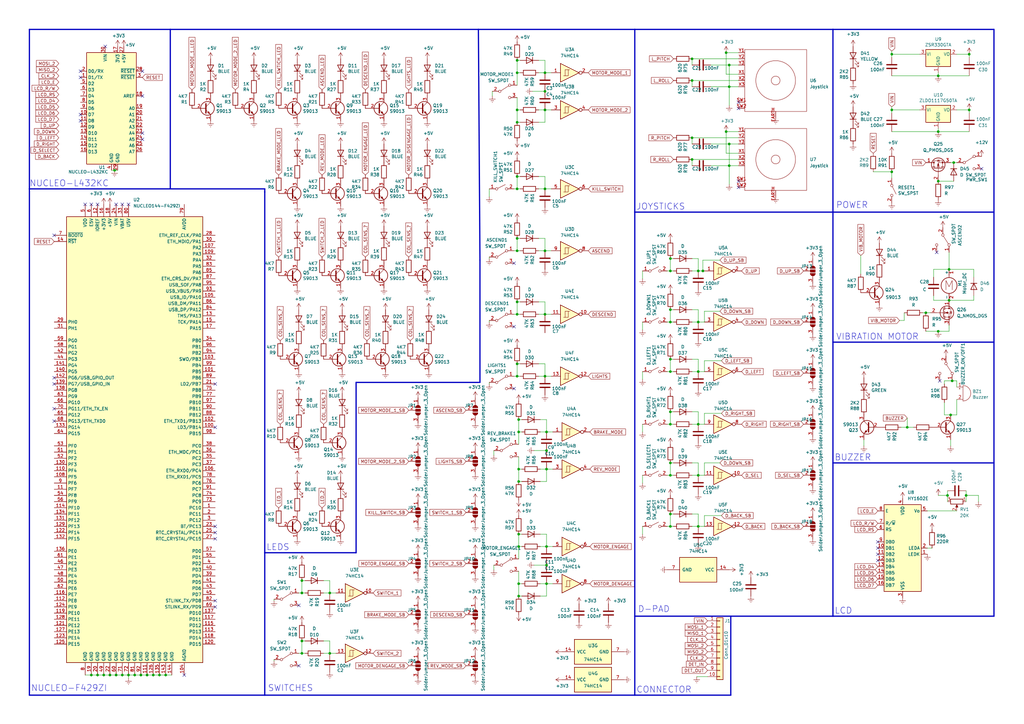
<source format=kicad_sch>
(kicad_sch (version 20211123) (generator eeschema)
  (paper "A3")
  (title_block (title "HEVCS Controller") (date "2023-02-14") (rev "1.0") (company "Sirmon Industries, Luke Waller, Noah Harvey, Jack Pendlebury, Daniel Cole "))
  (junction (at 212.725 224.155))
  (junction (at 67.945 276.86))
  (junction (at 212.725 244.475))
  (junction (at 283.845 65.405))
  (junction (at 299.085 35.56))
  (junction (at 299.085 67.945))
  (junction (at 286.385 194.945))
  (junction (at 274.955 111.125))
  (junction (at 223.52 45.085))
  (junction (at 299.085 59.055))
  (junction (at 223.52 102.87))
  (junction (at 389.255 123.19))
  (junction (at 274.955 152.4))
  (junction (at 123.825 267.97))
  (junction (at 297.815 53.975))
  (junction (at 297.815 21.59))
  (junction (at 389.255 110.49))
  (junction (at 52.705 276.86))
  (junction (at 212.725 172.085))
  (junction (at 389.89 170.18))
  (junction (at 283.845 24.13))
  (junction (at 274.955 168.91))
  (junction (at 62.865 276.86))
  (junction (at 288.29 111.125))
  (junction (at 212.09 45.085))
  (junction (at 283.845 56.515))
  (junction (at 40.005 276.86))
  (junction (at 223.52 154.305))
  (junction (at 299.085 26.67))
  (junction (at 212.09 128.905))
  (junction (at 123.825 262.89))
  (junction (at 224.155 224.155))
  (junction (at 274.955 189.865))
  (junction (at 274.955 132.08))
  (junction (at 212.09 149.225))
  (junction (at 212.09 77.47))
  (junction (at 46.99 69.85))
  (junction (at 135.255 243.205))
  (junction (at 384.81 74.295))
  (junction (at 286.385 152.4))
  (junction (at 45.085 276.86))
  (junction (at 274.955 147.32))
  (junction (at 212.725 192.405))
  (junction (at 397.51 45.085))
  (junction (at 379.73 128.27))
  (junction (at 274.955 173.99))
  (junction (at 212.09 29.845))
  (junction (at 212.09 97.79))
  (junction (at 274.955 194.945))
  (junction (at 365.76 70.485))
  (junction (at 223.52 77.47))
  (junction (at 60.325 276.86))
  (junction (at 397.51 22.225))
  (junction (at 224.155 177.165))
  (junction (at 212.725 177.165))
  (junction (at 37.465 276.86))
  (junction (at 135.255 267.97))
  (junction (at 286.385 111.125))
  (junction (at 384.81 53.975))
  (junction (at 286.385 132.08))
  (junction (at 50.165 276.86))
  (junction (at 57.785 276.86))
  (junction (at 223.52 37.465))
  (junction (at 212.725 197.485))
  (junction (at 384.81 31.115))
  (junction (at 390.525 156.21))
  (junction (at 224.155 192.405))
  (junction (at 396.24 203.2))
  (junction (at 212.725 219.075))
  (junction (at 365.76 22.225))
  (junction (at 42.545 276.86))
  (junction (at 212.725 239.395))
  (junction (at 388.62 203.2))
  (junction (at 274.955 215.9))
  (junction (at 212.09 102.87))
  (junction (at 212.09 24.765))
  (junction (at 286.385 173.99))
  (junction (at 274.955 106.045))
  (junction (at 224.155 239.395))
  (junction (at 65.405 276.86))
  (junction (at 274.955 127))
  (junction (at 286.385 215.9))
  (junction (at 274.955 210.82))
  (junction (at 47.625 276.86))
  (junction (at 224.155 184.785))
  (junction (at 123.825 238.125))
  (junction (at 212.09 154.305))
  (junction (at 283.845 33.02))
  (junction (at 212.09 123.825))
  (junction (at 384.81 135.89))
  (junction (at 223.52 29.845))
  (junction (at 123.825 243.205))
  (junction (at 372.11 175.26))
  (junction (at 365.76 45.085))
  (junction (at 224.155 231.775))
  (junction (at 55.245 276.86))
  (junction (at 212.09 72.39))
  (junction (at 391.16 66.675))
  (junction (at 223.52 128.905))
  (junction (at 212.09 50.165))
  (no_connect (at 302.895 74.295))
  (no_connect (at 302.895 41.91))
  (no_connect (at 34.925 83.82))
  (no_connect (at 43.18 19.05))
  (no_connect (at 58.42 39.37))
  (no_connect (at 47.625 83.82))
  (no_connect (at 88.265 157.48))
  (no_connect (at 88.265 175.26))
  (no_connect (at 88.265 215.9))
  (no_connect (at 22.225 154.94))
  (no_connect (at 22.225 157.48))
  (no_connect (at 22.225 167.64))
  (no_connect (at 22.225 172.72))
  (no_connect (at 33.02 29.21))
  (no_connect (at 33.02 31.75))
  (no_connect (at 122.555 248.285))
  (no_connect (at 210.82 107.95))
  (no_connect (at 210.82 133.985))
  (no_connect (at 33.02 49.53))
  (no_connect (at 33.02 46.99))
  (no_connect (at 75.565 276.86))
  (no_connect (at 384.175 103.505))
  (no_connect (at 88.265 218.44))
  (no_connect (at 88.265 220.98))
  (no_connect (at 88.265 246.38))
  (no_connect (at 22.225 96.52))
  (no_connect (at 402.59 69.215))
  (no_connect (at 360.045 227.33))
  (no_connect (at 360.045 229.87))
  (no_connect (at 360.045 224.79))
  (no_connect (at 360.045 222.25))
  (no_connect (at 50.165 83.82))
  (no_connect (at 58.42 29.21))
  (no_connect (at 37.465 83.82))
  (no_connect (at 40.005 83.82))
  (no_connect (at 385.445 156.21))
  (no_connect (at 302.895 76.835))
  (no_connect (at 302.895 44.45))
  (no_connect (at 88.265 248.92))
  (no_connect (at 210.82 159.385))
  (no_connect (at 52.705 83.82))
  (no_connect (at 58.42 54.61))
  (no_connect (at 58.42 57.15))
  (no_connect (at 122.555 273.05))
  (wire (pts (xy 397.51 31.115) (xy 384.81 31.115)))
  (wire (pts (xy 365.76 45.085) (xy 377.19 45.085)))
  (wire (pts (xy 212.09 72.39) (xy 212.09 77.47)))
  (wire (pts (xy 286.385 173.99) (xy 288.925 173.99)))
  (wire (pts (xy 212.725 224.155) (xy 213.995 224.155)))
  (wire (pts (xy 212.09 77.47) (xy 213.36 77.47)))
  (wire (pts (xy 274.955 106.045) (xy 274.955 111.125)))
  (polyline (pts (xy 69.85 12.065) (xy 196.215 12.065)) (stroke (width 0.508) (type solid)))
  (wire (pts (xy 389.89 180.34) (xy 389.89 182.88)))
  (wire (pts (xy 212.725 187.325) (xy 212.725 192.405)))
  (polyline (pts (xy 260.35 252.73) (xy 341.63 252.73)) (stroke (width 0.508) (type solid)))
  (wire (pts (xy 283.845 65.405) (xy 302.895 65.405)))
  (wire (pts (xy 299.085 59.055) (xy 302.895 59.055)))
  (wire (pts (xy 132.715 262.89) (xy 135.255 262.89)))
  (wire (pts (xy 224.155 192.405) (xy 226.695 192.405)))
  (wire (pts (xy 288.925 169.545) (xy 288.925 173.99)))
  (wire (pts (xy 382.905 113.665) (xy 382.905 110.49)))
  (wire (pts (xy 273.685 215.9) (xy 274.955 215.9)))
  (wire (pts (xy 52.705 276.86) (xy 55.245 276.86)))
  (wire (pts (xy 387.35 156.21) (xy 387.35 157.48)))
  (wire (pts (xy 200.66 132.08) (xy 200.66 131.445)))
  (wire (pts (xy 220.98 29.845) (xy 223.52 29.845)))
  (polyline (pts (xy 341.63 12.065) (xy 341.63 86.995)) (stroke (width 0.508) (type solid)))
  (wire (pts (xy 212.09 50.165) (xy 213.36 50.165)))
  (wire (pts (xy 263.525 135.255) (xy 263.525 132.08)))
  (wire (pts (xy 135.255 243.205) (xy 137.795 243.205)))
  (wire (pts (xy 55.245 276.86) (xy 57.785 276.86)))
  (wire (pts (xy 274.955 147.32) (xy 276.225 147.32)))
  (wire (pts (xy 212.09 154.305) (xy 213.36 154.305)))
  (wire (pts (xy 399.415 121.285) (xy 399.415 123.19)))
  (wire (pts (xy 299.085 67.945) (xy 299.085 59.055)))
  (wire (pts (xy 380.365 209.55) (xy 392.43 209.55)))
  (wire (pts (xy 295.275 189.865) (xy 288.925 189.865)))
  (polyline (pts (xy 341.63 252.73) (xy 407.67 252.73)) (stroke (width 0.508) (type solid)))
  (wire (pts (xy 274.955 127) (xy 274.955 132.08)))
  (polyline (pts (xy 341.63 189.865) (xy 407.67 189.865)) (stroke (width 0.508) (type solid)))
  (wire (pts (xy 220.98 154.305) (xy 223.52 154.305)))
  (wire (pts (xy 288.925 189.865) (xy 288.925 194.945)))
  (polyline (pts (xy 341.63 140.335) (xy 407.67 140.335)) (stroke (width 0.508) (type solid)))
  (wire (pts (xy 212.09 123.825) (xy 213.36 123.825)))
  (wire (pts (xy 283.845 132.08) (xy 286.385 132.08)))
  (polyline (pts (xy 196.85 156.845) (xy 146.05 156.845)) (stroke (width 0.508) (type solid)))
  (wire (pts (xy 221.615 197.485) (xy 224.155 197.485)))
  (wire (pts (xy 200.66 157.48) (xy 200.66 156.845)))
  (wire (pts (xy 274.955 210.82) (xy 274.955 215.9)))
  (wire (pts (xy 223.52 123.825) (xy 223.52 128.905)))
  (wire (pts (xy 380.365 224.79) (xy 382.27 224.79)))
  (wire (pts (xy 223.52 128.905) (xy 226.06 128.905)))
  (wire (pts (xy 283.845 210.82) (xy 286.385 210.82)))
  (wire (pts (xy 224.155 219.075) (xy 224.155 224.155)))
  (wire (pts (xy 212.09 50.165) (xy 212.09 45.085)))
  (wire (pts (xy 223.52 97.79) (xy 223.52 102.87)))
  (wire (pts (xy 223.52 50.165) (xy 223.52 45.085)))
  (wire (pts (xy 396.24 203.2) (xy 396.24 205.74)))
  (wire (pts (xy 135.255 238.125) (xy 135.255 243.205)))
  (wire (pts (xy 212.725 192.405) (xy 213.995 192.405)))
  (wire (pts (xy 224.155 197.485) (xy 224.155 192.405)))
  (wire (pts (xy 212.09 40.005) (xy 212.09 45.085)))
  (wire (pts (xy 286.385 132.08) (xy 288.925 132.08)))
  (wire (pts (xy 212.09 149.225) (xy 212.09 154.305)))
  (wire (pts (xy 372.11 175.26) (xy 374.65 175.26)))
  (wire (pts (xy 224.155 177.165) (xy 226.695 177.165)))
  (wire (pts (xy 286.385 215.9) (xy 288.925 215.9)))
  (wire (pts (xy 224.155 244.475) (xy 224.155 239.395)))
  (wire (pts (xy 210.82 128.905) (xy 212.09 128.905)))
  (wire (pts (xy 112.395 245.745) (xy 112.395 246.38)))
  (wire (pts (xy 283.845 168.91) (xy 286.385 168.91)))
  (wire (pts (xy 274.955 106.045) (xy 276.225 106.045)))
  (wire (pts (xy 46.99 69.85) (xy 48.26 69.85)))
  (wire (pts (xy 224.155 172.085) (xy 224.155 177.165)))
  (wire (pts (xy 382.905 121.285) (xy 382.905 123.19)))
  (wire (pts (xy 220.98 72.39) (xy 223.52 72.39)))
  (wire (pts (xy 112.395 270.51) (xy 112.395 271.145)))
  (wire (pts (xy 220.98 123.825) (xy 223.52 123.825)))
  (wire (pts (xy 297.815 62.865) (xy 297.815 53.975)))
  (polyline (pts (xy 260.35 12.065) (xy 260.35 86.995)) (stroke (width 0.508) (type solid)))
  (wire (pts (xy 220.98 97.79) (xy 223.52 97.79)))
  (wire (pts (xy 224.155 239.395) (xy 226.695 239.395)))
  (wire (pts (xy 52.705 276.86) (xy 52.705 278.13)))
  (wire (pts (xy 212.09 149.225) (xy 213.36 149.225)))
  (wire (pts (xy 291.465 67.945) (xy 299.085 67.945)))
  (wire (pts (xy 47.625 276.86) (xy 50.165 276.86)))
  (wire (pts (xy 212.09 24.765) (xy 212.09 29.845)))
  (wire (pts (xy 389.89 170.18) (xy 387.35 170.18)))
  (wire (pts (xy 50.165 276.86) (xy 52.705 276.86)))
  (wire (pts (xy 295.275 106.68) (xy 288.29 106.68)))
  (wire (pts (xy 37.465 276.86) (xy 40.005 276.86)))
  (wire (pts (xy 274.955 194.945) (xy 276.225 194.945)))
  (polyline (pts (xy 341.63 189.865) (xy 341.63 252.73)) (stroke (width 0.508) (type solid)))
  (wire (pts (xy 212.09 72.39) (xy 213.36 72.39)))
  (wire (pts (xy 354.33 180.34) (xy 354.33 182.88)))
  (wire (pts (xy 202.565 231.775) (xy 202.565 233.68)))
  (wire (pts (xy 212.09 29.845) (xy 212.09 34.925)))
  (wire (pts (xy 288.925 147.955) (xy 288.925 152.4)))
  (wire (pts (xy 122.555 267.97) (xy 123.825 267.97)))
  (wire (pts (xy 299.085 26.67) (xy 302.895 26.67)))
  (wire (pts (xy 389.255 123.19) (xy 399.415 123.19)))
  (wire (pts (xy 212.09 45.085) (xy 213.36 45.085)))
  (wire (pts (xy 210.82 77.47) (xy 212.09 77.47)))
  (wire (pts (xy 212.725 197.485) (xy 213.995 197.485)))
  (wire (pts (xy 283.845 147.32) (xy 286.385 147.32)))
  (wire (pts (xy 221.615 244.475) (xy 224.155 244.475)))
  (wire (pts (xy 365.76 22.225) (xy 377.19 22.225)))
  (wire (pts (xy 123.825 238.125) (xy 125.095 238.125)))
  (wire (pts (xy 299.085 75.565) (xy 299.085 67.945)))
  (wire (pts (xy 353.06 104.775) (xy 353.06 112.395)))
  (wire (pts (xy 135.255 262.89) (xy 135.255 267.97)))
  (wire (pts (xy 283.845 173.99) (xy 286.385 173.99)))
  (wire (pts (xy 135.255 267.97) (xy 137.795 267.97)))
  (wire (pts (xy 283.845 189.865) (xy 286.385 189.865)))
  (wire (pts (xy 283.845 24.13) (xy 302.895 24.13)))
  (wire (pts (xy 62.865 276.86) (xy 65.405 276.86)))
  (wire (pts (xy 212.725 244.475) (xy 213.995 244.475)))
  (wire (pts (xy 212.09 128.905) (xy 213.36 128.905)))
  (wire (pts (xy 219.075 231.775) (xy 224.155 231.775)))
  (wire (pts (xy 283.845 152.4) (xy 286.385 152.4)))
  (polyline (pts (xy 260.35 86.995) (xy 260.35 285.115)) (stroke (width 0.508) (type solid)))
  (wire (pts (xy 382.905 110.49) (xy 389.255 110.49)))
  (wire (pts (xy 123.825 243.205) (xy 125.095 243.205)))
  (wire (pts (xy 365.76 43.815) (xy 365.76 45.085)))
  (wire (pts (xy 274.955 147.32) (xy 274.955 152.4)))
  (wire (pts (xy 274.955 215.9) (xy 276.225 215.9)))
  (wire (pts (xy 123.825 262.89) (xy 123.825 267.97)))
  (wire (pts (xy 401.32 205.74) (xy 401.32 203.2)))
  (wire (pts (xy 273.685 152.4) (xy 274.955 152.4)))
  (wire (pts (xy 283.845 127) (xy 286.385 127)))
  (wire (pts (xy 288.29 111.125) (xy 288.925 111.125)))
  (wire (pts (xy 365.76 20.955) (xy 365.76 22.225)))
  (wire (pts (xy 397.51 22.225) (xy 397.51 23.495)))
  (wire (pts (xy 384.81 29.845) (xy 384.81 31.115)))
  (wire (pts (xy 286.385 168.91) (xy 286.385 173.99)))
  (wire (pts (xy 274.955 189.865) (xy 276.225 189.865)))
  (wire (pts (xy 274.955 168.91) (xy 276.225 168.91)))
  (wire (pts (xy 372.11 171.45) (xy 372.11 175.26)))
  (wire (pts (xy 67.945 276.86) (xy 70.485 276.86)))
  (wire (pts (xy 274.955 173.99) (xy 276.225 173.99)))
  (wire (pts (xy 200.66 80.645) (xy 200.66 77.47)))
  (polyline (pts (xy 260.35 285.115) (xy 299.72 285.115)) (stroke (width 0.508) (type solid)))
  (polyline (pts (xy 12.065 12.065) (xy 69.85 12.065)) (stroke (width 0.508) (type solid)))
  (polyline (pts (xy 299.72 285.115) (xy 299.72 252.73)) (stroke (width 0.508) (type solid)))
  (polyline (pts (xy 69.85 12.065) (xy 69.85 77.47)) (stroke (width 0.508) (type solid)))
  (polyline (pts (xy 407.67 12.065) (xy 407.67 140.335)) (stroke (width 0.508) (type solid)))
  (wire (pts (xy 132.715 243.205) (xy 135.255 243.205)))
  (wire (pts (xy 263.525 219.075) (xy 263.525 215.9)))
  (wire (pts (xy 382.905 123.19) (xy 389.255 123.19)))
  (wire (pts (xy 397.51 53.975) (xy 384.81 53.975)))
  (wire (pts (xy 365.76 45.085) (xy 365.76 46.355)))
  (wire (pts (xy 295.91 169.545) (xy 288.925 169.545)))
  (wire (pts (xy 210.82 102.87) (xy 212.09 102.87)))
  (wire (pts (xy 221.615 177.165) (xy 224.155 177.165)))
  (polyline (pts (xy 260.35 12.065) (xy 341.63 12.065)) (stroke (width 0.508) (type solid)))
  (wire (pts (xy 123.825 267.97) (xy 125.095 267.97)))
  (wire (pts (xy 365.76 70.485) (xy 365.76 73.025)))
  (wire (pts (xy 221.615 224.155) (xy 224.155 224.155)))
  (wire (pts (xy 224.155 224.155) (xy 226.695 224.155)))
  (wire (pts (xy 221.615 172.085) (xy 224.155 172.085)))
  (wire (pts (xy 45.72 69.85) (xy 46.99 69.85)))
  (wire (pts (xy 274.955 127) (xy 276.225 127)))
  (polyline (pts (xy 196.215 12.065) (xy 260.35 12.065)) (stroke (width 0.508) (type solid)))
  (polyline (pts (xy 407.67 86.995) (xy 341.63 86.995)) (stroke (width 0.508) (type solid)))
  (wire (pts (xy 299.085 43.18) (xy 299.085 35.56)))
  (wire (pts (xy 295.91 211.455) (xy 288.925 211.455)))
  (polyline (pts (xy 12.065 77.47) (xy 12.065 285.115)) (stroke (width 0.508) (type solid)))
  (wire (pts (xy 223.52 77.47) (xy 226.06 77.47)))
  (wire (pts (xy 212.09 29.845) (xy 213.36 29.845)))
  (wire (pts (xy 273.685 111.125) (xy 274.955 111.125)))
  (wire (pts (xy 212.725 172.085) (xy 212.725 177.165)))
  (wire (pts (xy 45.085 276.86) (xy 47.625 276.86)))
  (wire (pts (xy 384.81 74.295) (xy 391.16 74.295)))
  (polyline (pts (xy 146.05 156.845) (xy 146.05 226.695)) (stroke (width 0.508) (type solid)))
  (wire (pts (xy 291.465 59.055) (xy 299.085 59.055)))
  (wire (pts (xy 384.81 52.705) (xy 384.81 53.975)))
  (polyline (pts (xy 12.065 77.47) (xy 69.85 77.47)) (stroke (width 0.508) (type solid)))
  (wire (pts (xy 212.725 219.075) (xy 212.725 224.155)))
  (wire (pts (xy 370.84 128.27) (xy 370.84 131.445)))
  (wire (pts (xy 378.46 128.27) (xy 379.73 128.27)))
  (wire (pts (xy 274.955 132.08) (xy 276.225 132.08)))
  (wire (pts (xy 220.98 24.765) (xy 223.52 24.765)))
  (wire (pts (xy 299.085 35.56) (xy 302.895 35.56)))
  (wire (pts (xy 219.075 184.785) (xy 224.155 184.785)))
  (polyline (pts (xy 146.05 226.695) (xy 108.585 226.695)) (stroke (width 0.508) (type solid)))
  (wire (pts (xy 220.98 149.225) (xy 223.52 149.225)))
  (wire (pts (xy 274.955 168.91) (xy 274.955 173.99)))
  (wire (pts (xy 379.73 135.89) (xy 384.81 135.89)))
  (wire (pts (xy 286.385 189.865) (xy 286.385 194.945)))
  (wire (pts (xy 122.555 243.205) (xy 123.825 243.205)))
  (wire (pts (xy 392.43 22.225) (xy 397.51 22.225)))
  (wire (pts (xy 365.76 53.975) (xy 384.81 53.975)))
  (wire (pts (xy 396.24 201.295) (xy 396.24 203.2)))
  (wire (pts (xy 297.815 21.59) (xy 302.895 21.59)))
  (wire (pts (xy 291.465 26.67) (xy 299.085 26.67)))
  (wire (pts (xy 365.76 31.115) (xy 384.81 31.115)))
  (wire (pts (xy 263.525 198.12) (xy 263.525 194.945)))
  (wire (pts (xy 123.825 262.89) (xy 125.095 262.89)))
  (wire (pts (xy 220.98 77.47) (xy 223.52 77.47)))
  (wire (pts (xy 132.715 238.125) (xy 135.255 238.125)))
  (wire (pts (xy 273.685 132.08) (xy 274.955 132.08)))
  (wire (pts (xy 388.62 203.2) (xy 388.62 205.74)))
  (wire (pts (xy 212.725 177.165) (xy 213.995 177.165)))
  (wire (pts (xy 286.385 194.945) (xy 288.925 194.945)))
  (wire (pts (xy 274.955 111.125) (xy 276.225 111.125)))
  (wire (pts (xy 212.725 197.485) (xy 212.725 192.405)))
  (polyline (pts (xy 196.85 106.68) (xy 196.85 156.845)) (stroke (width 0.508) (type solid)))
  (wire (pts (xy 212.09 123.825) (xy 212.09 128.905)))
  (wire (pts (xy 297.815 30.48) (xy 302.895 30.48)))
  (wire (pts (xy 392.43 158.75) (xy 392.43 156.21)))
  (wire (pts (xy 283.845 106.045) (xy 286.385 106.045)))
  (wire (pts (xy 212.09 97.79) (xy 212.09 102.87)))
  (wire (pts (xy 286.385 152.4) (xy 288.925 152.4)))
  (wire (pts (xy 212.725 224.155) (xy 212.725 229.235)))
  (wire (pts (xy 223.52 149.225) (xy 223.52 154.305)))
  (wire (pts (xy 365.76 22.225) (xy 365.76 23.495)))
  (polyline (pts (xy 108.585 226.695) (xy 109.22 226.695)))
  (wire (pts (xy 392.43 170.18) (xy 392.43 163.83)))
  (wire (pts (xy 283.845 35.56) (xy 283.845 33.02)))
  (wire (pts (xy 221.615 219.075) (xy 224.155 219.075)))
  (wire (pts (xy 221.615 239.395) (xy 224.155 239.395)))
  (polyline (pts (xy 407.67 189.865) (xy 407.67 252.73)) (stroke (width 0.508) (type solid)))
  (wire (pts (xy 60.325 276.86) (xy 62.865 276.86)))
  (wire (pts (xy 283.845 59.055) (xy 283.845 56.515)))
  (wire (pts (xy 200.66 106.045) (xy 200.66 105.41)))
  (wire (pts (xy 212.725 219.075) (xy 213.995 219.075)))
  (wire (pts (xy 286.385 147.32) (xy 286.385 152.4)))
  (wire (pts (xy 223.52 24.765) (xy 223.52 29.845)))
  (polyline (pts (xy 260.35 86.995) (xy 341.63 86.995)) (stroke (width 0.508) (type solid)))
  (wire (pts (xy 397.51 45.085) (xy 397.51 46.355)))
  (wire (pts (xy 223.52 29.845) (xy 226.06 29.845)))
  (wire (pts (xy 388.62 201.295) (xy 388.62 203.2)))
  (wire (pts (xy 297.815 62.865) (xy 302.895 62.865)))
  (wire (pts (xy 212.725 239.395) (xy 213.995 239.395)))
  (polyline (pts (xy 108.585 226.695) (xy 108.585 78.74)) (stroke (width 0.508) (type solid)))
  (wire (pts (xy 288.925 127.635) (xy 288.925 132.08)))
  (wire (pts (xy 370.84 131.445) (xy 368.935 131.445)))
  (wire (pts (xy 57.785 276.86) (xy 60.325 276.86)))
  (wire (pts (xy 263.525 114.3) (xy 263.525 111.125)))
  (wire (pts (xy 297.815 53.975) (xy 302.895 53.975)))
  (wire (pts (xy 223.52 154.305) (xy 226.06 154.305)))
  (wire (pts (xy 132.715 267.97) (xy 135.255 267.97)))
  (wire (pts (xy 273.685 194.945) (xy 274.955 194.945)))
  (wire (pts (xy 295.91 147.955) (xy 288.925 147.955)))
  (wire (pts (xy 34.925 276.86) (xy 37.465 276.86)))
  (wire (pts (xy 283.845 26.67) (xy 283.845 24.13)))
  (wire (pts (xy 210.82 154.305) (xy 212.09 154.305)))
  (wire (pts (xy 223.52 72.39) (xy 223.52 77.47)))
  (wire (pts (xy 358.14 70.485) (xy 365.76 70.485)))
  (wire (pts (xy 285.75 277.495) (xy 290.195 277.495)))
  (polyline (pts (xy 108.585 285.115) (xy 260.35 285.115)) (stroke (width 0.508) (type solid)))
  (wire (pts (xy 387.35 170.18) (xy 387.35 165.1)))
  (wire (pts (xy 212.725 244.475) (xy 212.725 239.395)))
  (wire (pts (xy 384.81 203.2) (xy 388.62 203.2)))
  (wire (pts (xy 220.98 50.165) (xy 223.52 50.165)))
  (wire (pts (xy 392.43 45.085) (xy 397.51 45.085)))
  (wire (pts (xy 42.545 276.86) (xy 45.085 276.86)))
  (wire (pts (xy 283.845 67.945) (xy 283.845 65.405)))
  (wire (pts (xy 399.415 113.665) (xy 399.415 110.49)))
  (wire (pts (xy 220.98 45.085) (xy 223.52 45.085)))
  (wire (pts (xy 223.52 45.085) (xy 226.06 45.085)))
  (wire (pts (xy 286.385 210.82) (xy 286.385 215.9)))
  (wire (pts (xy 384.81 135.89) (xy 389.255 135.89)))
  (wire (pts (xy 390.525 156.21) (xy 387.35 156.21)))
  (wire (pts (xy 212.725 234.315) (xy 212.725 239.395)))
  (wire (pts (xy 274.955 152.4) (xy 276.225 152.4)))
  (wire (pts (xy 389.255 135.89) (xy 389.255 133.35)))
  (wire (pts (xy 389.255 110.49) (xy 399.415 110.49)))
  (wire (pts (xy 221.615 192.405) (xy 224.155 192.405)))
  (wire (pts (xy 288.29 106.68) (xy 288.29 111.125)))
  (polyline (pts (xy 260.35 285.115) (xy 260.35 285.115)))
  (wire (pts (xy 212.09 24.765) (xy 213.36 24.765)))
  (wire (pts (xy 299.085 35.56) (xy 299.085 26.67)))
  (wire (pts (xy 218.44 37.465) (xy 223.52 37.465)))
  (wire (pts (xy 283.845 215.9) (xy 286.385 215.9)))
  (wire (pts (xy 288.925 211.455) (xy 288.925 215.9)))
  (wire (pts (xy 220.98 102.87) (xy 223.52 102.87)))
  (polyline (pts (xy 12.065 77.47) (xy 12.065 12.065)) (stroke (width 0.508) (type solid)))
  (wire (pts (xy 123.825 238.125) (xy 123.825 243.205)))
  (wire (pts (xy 283.845 33.02) (xy 302.895 33.02)))
  (polyline (pts (xy 108.585 226.695) (xy 108.585 285.115)) (stroke (width 0.508) (type solid)))
  (polyline (pts (xy 341.63 86.995) (xy 341.63 140.335)) (stroke (width 0.508) (type solid)))
  (polyline (pts (xy 341.63 140.335) (xy 341.63 189.865)) (stroke (width 0.508) (type solid)))
  (wire (pts (xy 202.565 184.785) (xy 202.565 186.69)))
  (wire (pts (xy 274.955 189.865) (xy 274.955 194.945)))
  (wire (pts (xy 212.09 97.79) (xy 213.36 97.79)))
  (wire (pts (xy 40.005 276.86) (xy 42.545 276.86)))
  (wire (pts (xy 389.255 103.505) (xy 389.255 110.49)))
  (polyline (pts (xy 69.85 77.47) (xy 108.585 77.47)) (stroke (width 0.508) (type solid)))
  (polyline (pts (xy 108.585 285.115) (xy 12.065 285.115)) (stroke (width 0.508) (type solid)))
  (polyline (pts (xy 341.63 12.065) (xy 407.67 12.065)) (stroke (width 0.508) (type solid)))
  (wire (pts (xy 223.52 102.87) (xy 226.06 102.87)))
  (wire (pts (xy 291.465 35.56) (xy 299.085 35.56)))
  (wire (pts (xy 286.385 106.045) (xy 286.385 111.125)))
  (wire (pts (xy 389.89 66.675) (xy 391.16 66.675)))
  (wire (pts (xy 212.725 172.085) (xy 213.995 172.085)))
  (wire (pts (xy 201.93 37.465) (xy 201.93 39.37)))
  (wire (pts (xy 273.685 173.99) (xy 274.955 173.99)))
  (wire (pts (xy 283.845 111.125) (xy 286.385 111.125)))
  (wire (pts (xy 212.09 102.87) (xy 213.36 102.87)))
  (wire (pts (xy 286.385 111.125) (xy 288.29 111.125)))
  (wire (pts (xy 220.98 128.905) (xy 223.52 128.905)))
  (wire (pts (xy 392.43 156.21) (xy 390.525 156.21)))
  (polyline (pts (xy 196.85 106.68) (xy 196.215 12.065)) (stroke (width 0.508) (type solid)))
  (wire (pts (xy 295.275 127.635) (xy 288.925 127.635)))
  (wire (pts (xy 401.32 203.2) (xy 396.24 203.2)))
  (wire (pts (xy 283.845 194.945) (xy 286.385 194.945)))
  (wire (pts (xy 297.815 30.48) (xy 297.815 21.59)))
  (wire (pts (xy 263.525 155.575) (xy 263.525 152.4)))
  (wire (pts (xy 65.405 276.86) (xy 67.945 276.86)))
  (wire (pts (xy 283.845 56.515) (xy 302.895 56.515)))
  (wire (pts (xy 212.725 177.165) (xy 212.725 182.245)))
  (wire (pts (xy 274.955 210.82) (xy 276.225 210.82)))
  (wire (pts (xy 286.385 127) (xy 286.385 132.08)))
  (wire (pts (xy 391.16 66.675) (xy 392.43 66.675)))
  (wire (pts (xy 379.73 128.27) (xy 381.635 128.27)))
  (wire (pts (xy 299.085 67.945) (xy 302.895 67.945)))
  (wire (pts (xy 389.89 170.18) (xy 392.43 170.18)))
  (polyline (pts (xy 108.585 77.47) (xy 108.585 78.74)) (stroke (width 0.508) (type solid)))
  (wire (pts (xy 369.57 175.26) (xy 372.11 175.26)))
  (wire (pts (xy 263.525 177.165) (xy 263.525 173.99)))
  (polyline (pts (xy 407.67 140.335) (xy 407.67 189.865)) (stroke (width 0.508) (type solid)))
  (text "POWER" (at 342.9 85.725 0) (effects (font (size 2.54 2.54)) (justify left bottom)))
  (text "NUCLEO-F429ZI" (at 12.7 283.845 0) (effects (font (size 2.54 2.54)) (justify left bottom)))
  (text "LEDS" (at 109.22 226.06 0) (effects (font (size 2.54 2.54)) (justify left bottom)))
  (text "JOYSTICKS" (at 260.985 86.36 0) (effects (font (size 2.54 2.54)) (justify left bottom)))
  (text "CONNECTOR" (at 260.985 284.48 0) (effects (font (size 2.54 2.54)) (justify left bottom)))
  (text "BUZZER" (at 342.265 189.23 0) (effects (font (size 2.54 2.54)) (justify left bottom)))
  (text "VIBRATION MOTOR" (at 342.9 139.7 0) (effects (font (size 2.54 2.54)) (justify left bottom)))
  (text "SWITCHES" (at 109.855 283.845 0) (effects (font (size 2.54 2.54)) (justify left bottom)))
  (text "NUCLEO-L432KC" (at 12.065 76.835 0) (effects (font (size 2.54 2.54)) (justify left bottom)))
  (text "D-PAD" (at 261.62 251.46 0) (effects (font (size 2.54 2.54)) (justify left bottom)))
  (text "LCD" (at 342.265 252.095 0) (effects (font (size 2.54 2.54)) (justify left bottom)))
  (global_label "MISO_2" (shape input) (at 24.13 28.575 180) (property "Intersheet References" "${INTERSHEET_REFS}" (effects hide)))
  (global_label "COL_SENS_?" (shape input) (at -6.35 169.545 180) (property "Intersheet References" "${INTERSHEET_REFS}" (effects hide)))
  (global_label "MOTOR_ENGAGE" (shape input) (at 241.935 224.155 0) (property "Intersheet References" "${INTERSHEET_REFS}" (effects hide)))
  (global_label "DET_OUT" (shape input) (at 290.195 274.955 180) (property "Intersheet References" "${INTERSHEET_REFS}" (effects hide)))
  (global_label "D_LEFT_SB" (shape input) (at 329.565 153.035 180) (property "Intersheet References" "${INTERSHEET_REFS}" (effects hide)))
  (global_label "ASCEND" (shape input) (at -6.35 93.345 180) (property "Intersheet References" "${INTERSHEET_REFS}" (effects hide)))
  (global_label "COL_SENS_?" (shape input) (at 114.935 139.7 90) (property "Intersheet References" "${INTERSHEET_REFS}" (effects hide)))
  (global_label "D_DOWN" (shape input) (at 304.165 132.08 0) (property "Intersheet References" "${INTERSHEET_REFS}" (effects hide)))
  (global_label "MOTOR_MODE_1" (shape input) (at 241.3 29.845 0) (property "Intersheet References" "${INTERSHEET_REFS}" (effects hide)))
  (global_label "REV_MODE_LED" (shape input) (at 132.08 71.755 90) (property "Intersheet References" "${INTERSHEET_REFS}" (effects hide)))
  (global_label "ASCEND_LED" (shape input) (at 132.08 36.83 90) (property "Intersheet References" "${INTERSHEET_REFS}" (effects hide)))
  (global_label "COL_SENS_?" (shape input) (at -6.35 179.705 180) (property "Intersheet References" "${INTERSHEET_REFS}" (effects hide)))
  (global_label "R_PITCH" (shape input) (at 276.225 56.515 180) (property "Intersheet References" "${INTERSHEET_REFS}" (effects hide)))
  (global_label "REV_MODE" (shape input) (at 241.935 192.405 0) (property "Intersheet References" "${INTERSHEET_REFS}" (effects hide)))
  (global_label "BRAKE_MODE_LED" (shape input) (at 114.3 71.755 90) (property "Intersheet References" "${INTERSHEET_REFS}" (effects hide)))
  (global_label "COL_SENS_?" (shape input) (at 168.275 139.7 90) (property "Intersheet References" "${INTERSHEET_REFS}" (effects hide)))
  (global_label "D_DOWN" (shape input) (at 24.13 53.975 180) (property "Intersheet References" "${INTERSHEET_REFS}" (effects hide)))
  (global_label "MOTOR_MODE_1_SB" (shape input) (at 167.64 168.275 180) (property "Intersheet References" "${INTERSHEET_REFS}" (effects hide)))
  (global_label "KILL_SWITCH" (shape input) (at -6.35 90.805 180) (property "Intersheet References" "${INTERSHEET_REFS}" (effects hide)))
  (global_label "D_BACK_SB" (shape input) (at 329.565 215.9 180) (property "Intersheet References" "${INTERSHEET_REFS}" (effects hide)))
  (global_label "D_LEFT" (shape input) (at 24.13 56.515 180) (property "Intersheet References" "${INTERSHEET_REFS}" (effects hide)))
  (global_label "L_PITCH" (shape input) (at 276.225 24.13 180) (property "Intersheet References" "${INTERSHEET_REFS}" (effects hide)))
  (global_label "LCD_D7" (shape input) (at 24.13 48.895 180) (property "Intersheet References" "${INTERSHEET_REFS}" (effects hide)))
  (global_label "ASCEND_LED" (shape input) (at -6.35 146.685 180) (property "Intersheet References" "${INTERSHEET_REFS}" (effects hide)))
  (global_label "D_UP_SB" (shape input) (at 329.565 111.125 180) (property "Intersheet References" "${INTERSHEET_REFS}" (effects hide)))
  (global_label "LCD_D5" (shape input) (at 360.045 234.95 180) (property "Intersheet References" "${INTERSHEET_REFS}" (effects hide)))
  (global_label "MOTOR_ENGAGE_LED" (shape input) (at 149.86 71.755 90) (property "Intersheet References" "${INTERSHEET_REFS}" (effects hide)))
  (global_label "LCD_E" (shape input) (at 360.045 209.55 180) (property "Intersheet References" "${INTERSHEET_REFS}" (effects hide)))
  (global_label "LCD_D6" (shape input) (at 360.045 237.49 180) (property "Intersheet References" "${INTERSHEET_REFS}" (effects hide)))
  (global_label "SWITCH_2" (shape input) (at 153.035 267.97 0) (property "Intersheet References" "${INTERSHEET_REFS}" (effects hide)))
  (global_label "BUZZER" (shape input) (at 372.11 171.45 180) (property "Intersheet References" "${INTERSHEET_REFS}" (effects hide)))
  (global_label "COL_SENS_?" (shape input) (at 167.64 105.41 90) (property "Intersheet References" "${INTERSHEET_REFS}" (effects hide)))
  (global_label "KILL_SWITCH" (shape input) (at 241.3 77.47 0) (property "Intersheet References" "${INTERSHEET_REFS}" (effects hide)))
  (global_label "SWITCH_2_LED" (shape input) (at 132.08 105.41 90) (property "Intersheet References" "${INTERSHEET_REFS}" (effects hide)))
  (global_label "LIGHTS" (shape input) (at -6.35 98.425 180) (property "Intersheet References" "${INTERSHEET_REFS}" (effects hide)))
  (global_label "COL_SENS_?" (shape input) (at 132.715 139.7 90) (property "Intersheet References" "${INTERSHEET_REFS}" (effects hide)))
  (global_label "MOTOR_ENGAGE_LED" (shape input) (at -6.35 159.385 180) (property "Intersheet References" "${INTERSHEET_REFS}" (effects hide)))
  (global_label "DESCEND" (shape input) (at -6.35 95.885 180) (property "Intersheet References" "${INTERSHEET_REFS}" (effects hide)))
  (global_label "R_ROLL" (shape input) (at 276.225 65.405 180) (property "Intersheet References" "${INTERSHEET_REFS}" (effects hide)))
  (global_label "L_ROLL" (shape input) (at -6.35 121.285 180) (property "Intersheet References" "${INTERSHEET_REFS}" (effects hide)))
  (global_label "MOTOR_DENGAGE" (shape input) (at -6.35 108.585 180) (property "Intersheet References" "${INTERSHEET_REFS}" (effects hide)))
  (global_label "MOTOR_MODE_2_LED" (shape input) (at -6.35 141.605 180) (property "Intersheet References" "${INTERSHEET_REFS}" (effects hide)))
  (global_label "LCD_D5" (shape input) (at 24.13 43.815 180) (property "Intersheet References" "${INTERSHEET_REFS}" (effects hide)))
  (global_label "REV_MODE" (shape input) (at -6.35 103.505 180) (property "Intersheet References" "${INTERSHEET_REFS}" (effects hide)))
  (global_label "R_ROLL" (shape input) (at -6.35 126.365 180) (property "Intersheet References" "${INTERSHEET_REFS}" (effects hide)))
  (global_label "VIB_MOTOR" (shape input) (at -6.35 128.905 180) (property "Intersheet References" "${INTERSHEET_REFS}" (effects hide)))
  (global_label "COL_SENS_?" (shape input) (at 114.935 173.99 90) (property "Intersheet References" "${INTERSHEET_REFS}" (effects hide)))
  (global_label "L_PITCH" (shape input) (at -6.35 118.745 180) (property "Intersheet References" "${INTERSHEET_REFS}" (effects hide)))
  (global_label "RESET" (shape input) (at 58.42 31.75 0) (property "Intersheet References" "${INTERSHEET_REFS}" (effects hide)))
  (global_label "MOTOR_MODE_1" (shape input) (at -6.35 85.725 180) (property "Intersheet References" "${INTERSHEET_REFS}" (effects hide)))
  (global_label "LIGHTS_LED" (shape input) (at 167.64 36.83 90) (property "Intersheet References" "${INTERSHEET_REFS}" (effects hide)))
  (global_label "MOTOR_MODE_2" (shape input) (at -6.35 88.265 180) (property "Intersheet References" "${INTERSHEET_REFS}" (effects hide)))
  (global_label "MOTOR_DENGAGE_SB" (shape input) (at 167.64 273.05 180) (property "Intersheet References" "${INTERSHEET_REFS}" (effects hide)))
  (global_label "D_RIGHT_SB" (shape input) (at 295.91 169.545 0) (property "Intersheet References" "${INTERSHEET_REFS}" (effects hide)))
  (global_label "D_BACK" (shape input) (at 24.13 64.135 180) (property "Intersheet References" "${INTERSHEET_REFS}" (effects hide)))
  (global_label "LED_2" (shape input) (at 132.08 208.28 90) (property "Intersheet References" "${INTERSHEET_REFS}" (effects hide)))
  (global_label "BRAKE_MODE_LED" (shape input) (at -6.35 154.305 180) (property "Intersheet References" "${INTERSHEET_REFS}" (effects hide)))
  (global_label "D_DOWN_SB" (shape input) (at 295.275 189.865 0) (property "Intersheet References" "${INTERSHEET_REFS}" (effects hide)))
  (global_label "LCD_E" (shape input) (at 24.13 33.655 180) (property "Intersheet References" "${INTERSHEET_REFS}" (effects hide)))
  (global_label "MISO_1" (shape input) (at 290.195 259.715 180) (property "Intersheet References" "${INTERSHEET_REFS}" (effects hide)))
  (global_label "CLK_1" (shape input) (at 290.195 262.255 180) (property "Intersheet References" "${INTERSHEET_REFS}" (effects hide)))
  (global_label "VIN" (shape input) (at 365.76 20.955 90) (property "Intersheet References" "${INTERSHEET_REFS}" (effects hide)))
  (global_label "MOSI_1" (shape input) (at -6.35 111.125 180) (property "Intersheet References" "${INTERSHEET_REFS}" (effects hide)))
  (global_label "SWITCH_1" (shape input) (at 153.035 243.205 0) (property "Intersheet References" "${INTERSHEET_REFS}" (effects hide)))
  (global_label "KILL_SWITCH_SB" (shape input) (at 167.64 210.185 180) (property "Intersheet References" "${INTERSHEET_REFS}" (effects hide)))
  (global_label "RESET" (shape input) (at 22.225 99.06 180) (property "Intersheet References" "${INTERSHEET_REFS}" (effects hide)))
  (global_label "VIN" (shape input) (at 379.73 66.675 180) (property "Intersheet References" "${INTERSHEET_REFS}" (effects hide)))
  (global_label "VIN" (shape input) (at 365.76 43.815 90) (property "Intersheet References" "${INTERSHEET_REFS}" (effects hide)))
  (global_label "MOSI_1" (shape input) (at 290.195 257.175 180) (property "Intersheet References" "${INTERSHEET_REFS}" (effects hide)))
  (global_label "LCD_D4" (shape input) (at 24.13 41.275 180) (property "Intersheet References" "${INTERSHEET_REFS}" (effects hide)))
  (global_label "ASCEND_SB" (shape input) (at 191.135 168.275 180) (property "Intersheet References" "${INTERSHEET_REFS}" (effects hide)))
  (global_label "BRAKE_MODE" (shape input) (at -6.35 100.965 180) (property "Intersheet References" "${INTERSHEET_REFS}" (effects hide)))
  (global_label "D_DOWN_SB" (shape input) (at 295.275 127.635 0) (property "Intersheet References" "${INTERSHEET_REFS}" (effects hide)))
  (global_label "COL_SENS_?" (shape input) (at -6.35 182.245 180) (property "Intersheet References" "${INTERSHEET_REFS}" (effects hide)))
  (global_label "COL_SENS_?" (shape input) (at 132.715 173.99 90) (property "Intersheet References" "${INTERSHEET_REFS}" (effects hide)))
  (global_label "LCD_RS" (shape input) (at 24.13 38.735 180) (property "Intersheet References" "${INTERSHEET_REFS}" (effects hide)))
  (global_label "VIN" (shape input) (at 290.195 254.635 180) (property "Intersheet References" "${INTERSHEET_REFS}" (effects hide)))
  (global_label "LCD_R{slash}W" (shape input) (at 360.045 214.63 180) (property "Intersheet References" "${INTERSHEET_REFS}" (effects hide)))
  (global_label "DESCEND_SB" (shape input) (at 191.135 252.095 180) (property "Intersheet References" "${INTERSHEET_REFS}" (effects hide)))
  (global_label "MOTOR_MODE_1_LED" (shape input) (at -6.35 139.065 180) (property "Intersheet References" "${INTERSHEET_REFS}" (effects hide)))
  (global_label "D_SELECT" (shape input) (at 24.13 61.595 180) (property "Intersheet References" "${INTERSHEET_REFS}" (effects hide)))
  (global_label "LED_2" (shape input) (at -6.35 192.405 180) (property "Intersheet References" "${INTERSHEET_REFS}" (effects hide)))
  (global_label "LCD_D7" (shape input) (at 360.045 240.03 180) (property "Intersheet References" "${INTERSHEET_REFS}" (effects hide)))
  (global_label "LCD_D4" (shape input) (at 360.045 232.41 180) (property "Intersheet References" "${INTERSHEET_REFS}" (effects hide)))
  (global_label "DESCEND" (shape input) (at 241.3 128.905 0) (property "Intersheet References" "${INTERSHEET_REFS}" (effects hide)))
  (global_label "D_RIGHT" (shape input) (at 304.165 173.99 0) (property "Intersheet References" "${INTERSHEET_REFS}" (effects hide)))
  (global_label "COL_SENS_?" (shape input) (at -6.35 174.625 180) (property "Intersheet References" "${INTERSHEET_REFS}" (effects hide)))
  (global_label "LCD_RS" (shape input) (at 360.045 217.17 180) (property "Intersheet References" "${INTERSHEET_REFS}" (effects hide)))
  (global_label "SWITCH_2" (shape input) (at -6.35 136.525 180) (property "Intersheet References" "${INTERSHEET_REFS}" (effects hide)))
  (global_label "REV_MODE_SB" (shape input) (at 191.135 273.05 180) (property "Intersheet References" "${INTERSHEET_REFS}" (effects hide)))
  (global_label "REV_MODE_LED" (shape input) (at -6.35 156.845 180) (property "Intersheet References" "${INTERSHEET_REFS}" (effects hide)))
  (global_label "CLK_1" (shape input) (at -6.35 116.205 180) (property "Intersheet References" "${INTERSHEET_REFS}" (effects hide)))
  (global_label "COL_SENS_?" (shape input) (at -6.35 187.325 180) (property "Intersheet References" "${INTERSHEET_REFS}" (effects hide)))
  (global_label "RESET" (shape input) (at 358.14 62.865 90) (property "Intersheet References" "${INTERSHEET_REFS}" (effects hide)))
  (global_label "DESCEND_LED" (shape input) (at -6.35 149.225 180) (property "Intersheet References" "${INTERSHEET_REFS}" (effects hide)))
  (global_label "MOSI_2" (shape input) (at 24.13 26.035 180) (property "Intersheet References" "${INTERSHEET_REFS}" (effects hide)))
  (global_label "LIGHTS" (shape input) (at 241.3 154.305 0) (property "Intersheet References" "${INTERSHEET_REFS}" (effects hide)))
  (global_label "MOTOR_ENGAGE_SB" (shape input) (at 167.64 231.14 180) (property "Intersheet References" "${INTERSHEET_REFS}" (effects hide)))
  (global_label "COL_SENS_?" (shape input) (at -6.35 172.085 180) (property "Intersheet References" "${INTERSHEET_REFS}" (effects hide)))
  (global_label "MOTOR_DISENGAGE_LED" (shape input) (at 167.64 71.755 90) (property "Intersheet References" "${INTERSHEET_REFS}" (effects hide)))
  (global_label "D_DOWN_SB" (shape input) (at 329.565 132.08 180) (property "Intersheet References" "${INTERSHEET_REFS}" (effects hide)))
  (global_label "BUZZER" (shape input) (at -6.35 131.445 180) (property "Intersheet References" "${INTERSHEET_REFS}" (effects hide)))
  (global_label "MISO_2" (shape input) (at 290.195 267.335 180) (property "Intersheet References" "${INTERSHEET_REFS}" (effects hide)))
  (global_label "MOTOR_MODE_2_SB" (shape input) (at 167.64 189.23 180) (property "Intersheet References" "${INTERSHEET_REFS}" (effects hide)))
  (global_label "LCD_D6" (shape input) (at 24.13 46.355 180) (property "Intersheet References" "${INTERSHEET_REFS}" (effects hide)))
  (global_label "CLK_2" (shape input) (at 290.195 269.875 180) (property "Intersheet References" "${INTERSHEET_REFS}" (effects hide)))
  (global_label "D_UP" (shape input) (at 304.165 111.125 0) (property "Intersheet References" "${INTERSHEET_REFS}" (effects hide)))
  (global_label "LIGHTS_LED" (shape input) (at -6.35 151.765 180) (property "Intersheet References" "${INTERSHEET_REFS}" (effects hide)))
  (global_label "BRAKE_MODE" (shape input) (at 241.935 177.165 0) (property "Intersheet References" "${INTERSHEET_REFS}" (effects hide)))
  (global_label "MOTOR_MODE_2_LED" (shape input) (at 96.52 36.83 90) (property "Intersheet References" "${INTERSHEET_REFS}" (effects hide)))
  (global_label "DESCEND_LED" (shape input) (at 149.86 36.83 90) (property "Intersheet References" "${INTERSHEET_REFS}" (effects hide)))
  (global_label "SWITCH_1_SB" (shape input) (at 191.135 210.185 180) (property "Intersheet References" "${INTERSHEET_REFS}" (effects hide)))
  (global_label "MOTOR_DISENGAGE_LED" (shape input) (at -6.35 161.925 180) (property "Intersheet References" "${INTERSHEET_REFS}" (effects hide)))
  (global_label "D_UP" (shape input) (at 24.13 51.435 180) (property "Intersheet References" "${INTERSHEET_REFS}" (effects hide)))
  (global_label "L_ROLL" (shape input) (at 276.225 33.02 180) (property "Intersheet References" "${INTERSHEET_REFS}" (effects hide)))
  (global_label "CLK_2" (shape input) (at 24.13 31.115 180) (property "Intersheet References" "${INTERSHEET_REFS}" (effects hide)))
  (global_label "COL_SENS_?" (shape input) (at -6.35 184.785 180) (property "Intersheet References" "${INTERSHEET_REFS}" (effects hide)))
  (global_label "D_SEL" (shape input) (at 304.165 194.945 0) (property "Intersheet References" "${INTERSHEET_REFS}" (effects hide)))
  (global_label "LED_1" (shape input) (at 114.3 208.28 90) (property "Intersheet References" "${INTERSHEET_REFS}" (effects hide)))
  (global_label "COL_SENS_?" (shape input) (at 150.495 139.7 90) (property "Intersheet References" "${INTERSHEET_REFS}" (effects hide)))
  (global_label "MOTOR_MODE_1_LED" (shape input) (at 78.74 36.83 90) (property "Intersheet References" "${INTERSHEET_REFS}" (effects hide)))
  (global_label "SWITCH_1" (shape input) (at -6.35 133.985 180) (property "Intersheet References" "${INTERSHEET_REFS}" (effects hide)))
  (global_label "LED_1" (shape input) (at -6.35 189.865 180) (property "Intersheet References" "${INTERSHEET_REFS}" (effects hide)))
  (global_label "COL_SENS_?" (shape input) (at 149.86 105.41 90) (property "Intersheet References" "${INTERSHEET_REFS}" (effects hide)))
  (global_label "D_BACK_SB" (shape input) (at 295.91 211.455 0) (property "Intersheet References" "${INTERSHEET_REFS}" (effects hide)))
  (global_label "D_UP_SB" (shape input) (at 295.275 106.68 0) (property "Intersheet References" "${INTERSHEET_REFS}" (effects hide)))
  (global_label "D_RIGHT" (shape input) (at 24.13 59.055 180) (property "Intersheet References" "${INTERSHEET_REFS}" (effects hide)))
  (global_label "ASCEND" (shape input) (at 241.3 102.87 0) (property "Intersheet References" "${INTERSHEET_REFS}" (effects hide)))
  (global_label "KILL_SWTICH_LED" (shape input) (at 114.3 36.83 90) (property "Intersheet References" "${INTERSHEET_REFS}" (effects hide)))
  (global_label "MOSI_2" (shape input) (at 290.195 264.795 180) (property "Intersheet References" "${INTERSHEET_REFS}" (effects hide)))
  (global_label "SWITCH_2_SB" (shape input) (at 191.135 231.14 180) (property "Intersheet References" "${INTERSHEET_REFS}" (effects hide)))
  (global_label "SWITCH_1_LED" (shape input) (at -6.35 164.465 180) (property "Intersheet References" "${INTERSHEET_REFS}" (effects hide)))
  (global_label "VIB_MOTOR" (shape input) (at 368.935 131.445 180) (property "Intersheet References" "${INTERSHEET_REFS}" (effects hide)))
  (global_label "MISO_1" (shape input) (at -6.35 113.665 180) (property "Intersheet References" "${INTERSHEET_REFS}" (effects hide)))
  (global_label "LCD_R{slash}W" (shape input) (at 24.13 36.195 180) (property "Intersheet References" "${INTERSHEET_REFS}" (effects hide)))
  (global_label "MOTOR_MODE_2" (shape input) (at 241.3 45.085 0) (property "Intersheet References" "${INTERSHEET_REFS}" (effects hide)))
  (global_label "D_RIGHT_SB" (shape input) (at 329.565 173.99 180) (property "Intersheet References" "${INTERSHEET_REFS}" (effects hide)))
  (global_label "D_SEL_SB" (shape input) (at 329.565 194.945 180) (property "Intersheet References" "${INTERSHEET_REFS}" (effects hide)))
  (global_label "SWITCH_1_LED" (shape input) (at 114.3 105.41 90) (property "Intersheet References" "${INTERSHEET_REFS}" (effects hide)))
  (global_label "VIB_MOTOR" (shape input) (at 353.06 104.775 90) (property "Intersheet References" "${INTERSHEET_REFS}" (effects hide)))
  (global_label "LIGHTS_SB" (shape input) (at 191.135 189.23 180) (property "Intersheet References" "${INTERSHEET_REFS}" (effects hide)))
  (global_label "COL_SENS_?" (shape input) (at -6.35 177.165 180) (property "Intersheet References" "${INTERSHEET_REFS}" (effects hide)))
  (global_label "BRAKE_MODE_SB" (shape input) (at 167.64 252.095 180) (property "Intersheet References" "${INTERSHEET_REFS}" (effects hide)))
  (global_label "DET_IN" (shape input) (at 290.195 272.415 180) (property "Intersheet References" "${INTERSHEET_REFS}" (effects hide)))
  (global_label "D_LEFT_SB" (shape input) (at 295.91 147.955 0) (property "Intersheet References" "${INTERSHEET_REFS}" (effects hide)))
  (global_label "D_BACK" (shape input) (at 304.165 215.9 0) (property "Intersheet References" "${INTERSHEET_REFS}" (effects hide)))
  (global_label "D_LEFT" (shape input) (at 304.165 152.4 0) (property "Intersheet References" "${INTERSHEET_REFS}" (effects hide)))
  (global_label "MOTOR_ENGAGE" (shape input) (at -6.35 106.045 180) (property "Intersheet References" "${INTERSHEET_REFS}" (effects hide)))
  (global_label "KILL_SWTICH_LED" (shape input) (at -6.35 144.145 180) (property "Intersheet References" "${INTERSHEET_REFS}" (effects hide)))
  (global_label "SWITCH_2_LED" (shape input) (at -6.35 167.005 180) (property "Intersheet References" "${INTERSHEET_REFS}" (effects hide)))
  (global_label "MOTOR_DENGAGE" (shape input) (at 241.935 239.395 0) (property "Intersheet References" "${INTERSHEET_REFS}" (effects hide)))
  (global_label "R_PITCH" (shape input) (at -6.35 123.825 180) (property "Intersheet References" "${INTERSHEET_REFS}" (effects hide)))
  (symbol (lib_id "power:Earth") (at 384.81 53.975 0) (unit 1)
    (property "Reference" "#PWR0168" (effects hide))
    (property "Value" "Earth" (effects hide))
  )
  (symbol (lib_id "power:+5V") (at 50.8 19.05 0) (unit 1)
    (property "Reference" "#PWR05" (effects hide))
    (property "Value" "+5V" (at 53.34 18.415 0))
  )
  (symbol (lib_id "power:+5V") (at 349.885 43.815 0) (unit 1)
    (property "Reference" "#PWR0155" (effects hide))
    (property "Value" "+5V" (at 350.266 39.4208 0))
  )
  (symbol (lib_id "power:+3.3V") (at 48.26 19.05 0) (unit 1)
    (property "Reference" "#PWR04" (effects hide))
    (property "Value" "+3.3V" (at 48.641 14.6558 0))
  )
  (symbol (lib_id "power:+5V") (at 86.36 24.13 0) (unit 1)
    (property "Reference" "#PWR07" (effects hide))
    (property "Value" "+5V" (at 86.741 19.7358 0))
  )
  (symbol (lib_id "power:Earth") (at 86.36 49.53 0) (unit 1)
    (property "Reference" "#PWR08" (effects hide))
    (property "Value" "Earth" (effects hide))
  )
  (symbol (lib_id "Transistor_BJT:2N2219") (at 83.82 44.45 0) (unit 1)
    (property "Reference" "Q1" (at 88.646 43.2816 0) (effects (justify left)))
    (property "Value" "S9013" (at 88.646 45.593 0) (effects (justify left)))
    (property "Footprint" "Package_TO_SOT_SMD:SOT-23" (effects hide))
    (property "Datasheet" "http://www.onsemi.com/pub_link/Collateral/2N2219-D.PDF" (effects hide))
  )
  (symbol (lib_id "Switch:SW_SPST") (at 365.76 78.105 270) (unit 1)
    (property "Reference" "RESET1" (at 368.2492 76.9366 90) (effects (justify left)))
    (property "Value" "SW_SPST" (at 368.2492 79.248 90) (effects (justify left)))
    (property "Footprint" "Button_Switch_SMD:SW_Push_1P1T_NO_6x6mm_H9.5mm" (effects hide))
  )
  (symbol (lib_id "power:Earth") (at 365.76 83.185 0) (unit 1)
    (property "Reference" "#PWR0162" (effects hide))
    (property "Value" "Earth" (effects hide))
  )
  (symbol (lib_id "power:+5V") (at 365.76 62.865 0) (unit 1)
    (property "Reference" "#PWR0161" (effects hide))
    (property "Value" "+5V" (at 366.141 58.4708 0))
  )
  (symbol (lib_id "Regulator_Linear:LM1117-5.0") (at 384.81 45.085 0) (unit 1)
    (property "Reference" "U10" (at 384.81 38.9382 0))
    (property "Value" "ZLDO1117G50TA" (at 384.81 41.2496 0))
    (property "Footprint" "Package_TO_SOT_SMD:SOT-223" (effects hide))
    (property "Datasheet" "https://www.ti.com/lit/ds/symlink/lm2940-n.pdf?HQS=dis-mous-null-mousermode-dsf-pf-null-wwe&ts=1644936500745&ref_url=https%253A%252F%252Fwww.mouser.es%252F" (effects hide))
  )
  (symbol (lib_id "Device:C") (at 365.76 50.165 0) (unit 1)
    (property "Reference" "C27" (at 358.14 48.895 0) (effects (justify left)))
    (property "Value" "100nF" (at 356.87 51.435 0) (effects (justify left)))
    (property "Footprint" "Capacitor_SMD:C_0603_1608Metric" (effects hide))
  )
  (symbol (lib_id "power:+5V") (at 397.51 45.085 0) (unit 1)
    (property "Reference" "#PWR0176" (effects hide))
    (property "Value" "+5V" (at 397.891 40.6908 0))
  )
  (symbol (lib_id "power:+3.3V") (at 297.815 21.59 0) (unit 1)
    (property "Reference" "#PWR0132" (effects hide))
    (property "Value" "+3.3V" (at 298.196 17.1958 0))
  )
  (symbol (lib_id "Device:R") (at 280.035 24.13 270) (unit 1)
    (property "Reference" "R75" (at 281.2034 25.908 0) (effects (justify left)))
    (property "Value" "620" (at 278.892 25.908 0) (effects (justify left)))
    (property "Footprint" "Resistor_SMD:R_0603_1608Metric" (effects hide))
  )
  (symbol (lib_id "Device:C") (at 287.655 26.67 270) (unit 1)
    (property "Reference" "C21" (at 283.845 27.94 90) (effects (justify left)))
    (property "Value" "100nF" (at 288.925 27.94 90) (effects (justify left)))
    (property "Footprint" "Capacitor_SMD:C_0603_1608Metric" (effects hide))
  )
  (symbol (lib_id "power:Earth") (at 349.885 59.055 0) (unit 1)
    (property "Reference" "#PWR0156" (effects hide))
    (property "Value" "Earth" (effects hide))
  )
  (symbol (lib_id "MCU_Module:Arduino_Nano_v2.x") (at 45.72 44.45 0) (unit 1)
    (property "Reference" "U1" (at 41.91 68.58 0))
    (property "Value" "NUCLEO-L432KC" (at 36.195 70.485 0))
    (property "Datasheet" "https://www.arduino.cc/en/uploads/Main/ArduinoNanoManual23.pdf" (effects hide))
  )
  (symbol (lib_id "power:+3.3V") (at 297.815 53.975 0) (unit 1)
    (property "Reference" "#PWR0133" (effects hide))
    (property "Value" "+3.3V" (at 298.196 49.5808 0))
  )
  (symbol (lib_id "power:+5V") (at 175.26 59.055 0) (unit 1)
    (property "Reference" "#PWR063" (effects hide))
    (property "Value" "+5V" (at 175.641 54.6608 0))
  )
  (symbol (lib_id "Transistor_BJT:2N2219") (at 119.38 215.9 0) (unit 1)
    (property "Reference" "Q6" (at 124.206 214.7316 0) (effects (justify left)))
    (property "Value" "S9013" (at 124.206 217.043 0) (effects (justify left)))
    (property "Footprint" "Package_TO_SOT_SMD:SOT-23" (effects hide))
    (property "Datasheet" "http://www.onsemi.com/pub_link/Collateral/2N2219-D.PDF" (effects hide))
  )
  (symbol (lib_id "power:Earth") (at 263.525 114.3 0) (unit 1)
    (property "Reference" "#PWR0112" (effects hide))
    (property "Value" "Earth" (effects hide))
  )
  (symbol (lib_id "Device:R") (at 114.935 177.8 180) (unit 1)
    (property "Reference" "R10" (at 113.157 178.9684 0) (effects (justify left)))
    (property "Value" "4K7" (at 113.157 176.657 0) (effects (justify left)))
    (property "Footprint" "Resistor_SMD:R_0603_1608Metric" (effects hide))
  )
  (symbol (lib_id "power:+5V") (at 45.085 83.82 0) (unit 1)
    (property "Reference" "#PWR02" (effects hide))
    (property "Value" "+5V" (at 45.085 79.375 0))
  )
  (symbol (lib_id "Device:R") (at 122.555 172.72 180) (unit 1)
    (property "Reference" "R16" (at 120.777 173.8884 0) (effects (justify left)))
    (property "Value" "1K" (at 120.777 171.577 0) (effects (justify left)))
    (property "Footprint" "Resistor_SMD:R_0603_1608Metric" (effects hide))
  )
  (symbol (lib_id "Device:C") (at 286.385 135.89 180) (unit 1)
    (property "Reference" "C16" (at 292.1 139.065 0) (effects (justify left)))
    (property "Value" "100nF" (at 295.275 137.16 0) (effects (justify left)))
    (property "Footprint" "Capacitor_SMD:C_0603_1608Metric" (effects hide))
  )
  (symbol (lib_id "Device:D") (at 217.805 219.075 180) (unit 1)
    (property "Reference" "D33" (at 217.805 216.535 0))
    (property "Value" "D" (at 217.805 213.995 0))
  )
  (symbol (lib_id "Device:C") (at 365.76 27.305 0) (unit 1)
    (property "Reference" "C26" (at 358.14 26.035 0) (effects (justify left)))
    (property "Value" "100nF" (at 356.87 28.575 0) (effects (justify left)))
    (property "Footprint" "Capacitor_SMD:C_0603_1608Metric" (effects hide))
  )
  (symbol (lib_id "power:+5V") (at 122.555 161.29 0) (unit 1)
    (property "Reference" "#PWR023" (effects hide))
    (property "Value" "+5V" (at 122.936 156.8958 0))
  )
  (symbol (lib_id "power:+3.3V") (at 194.945 184.15 0) (mirror y) (unit 1)
    (property "Reference" "#PWR071" (effects hide))
    (property "Value" "+3.3V" (at 194.564 179.7558 0))
  )
  (symbol (lib_id "power:Earth") (at 354.33 182.88 0) (unit 1)
    (property "Reference" "#PWR0158" (effects hide))
    (property "Value" "Earth" (effects hide))
  )
  (symbol (lib_id "Device:R") (at 382.27 220.98 0) (unit 1)
    (property "Reference" "R96" (at 384.048 219.8116 0) (effects (justify left)))
    (property "Value" "220R" (at 384.048 222.123 0) (effects (justify left)))
    (property "Footprint" "Resistor_SMD:R_0603_1608Metric" (effects hide))
  )
  (symbol (lib_id "Device:D") (at 217.17 24.765 180) (unit 1)
    (property "Reference" "D25" (at 217.17 22.225 0))
    (property "Value" "D" (at 217.17 19.685 0))
  )
  (symbol (lib_id "Device:LED") (at 175.895 130.81 90) (unit 1)
    (property "Reference" "D24" (at 178.8922 129.8194 90) (effects (justify right)))
    (property "Value" "BLUE" (at 178.8922 132.1308 90) (effects (justify right)))
    (property "Footprint" "LED_SMD:LED_0603_1608Metric" (effects hide))
  )
  (symbol (lib_id "Device:R") (at 280.035 33.02 270) (unit 1)
    (property "Reference" "R76" (at 281.2034 34.798 0) (effects (justify left)))
    (property "Value" "620" (at 278.892 34.798 0) (effects (justify left)))
    (property "Footprint" "Resistor_SMD:R_0603_1608Metric" (effects hide))
  )
  (symbol (lib_id "power:+5V") (at 274.955 161.29 0) (unit 1)
    (property "Reference" "#PWR0122" (effects hide))
    (property "Value" "+5V" (at 271.145 159.385 0))
  )
  (symbol (lib_id "Device:R") (at 132.715 177.8 180) (unit 1)
    (property "Reference" "R26" (at 130.937 178.9684 0) (effects (justify left)))
    (property "Value" "4K7" (at 130.937 176.657 0) (effects (justify left)))
    (property "Footprint" "Resistor_SMD:R_0603_1608Metric" (effects hide))
  )
  (symbol (lib_id "power:+3.3V") (at 171.45 163.195 0) (mirror y) (unit 1)
    (property "Reference" "#PWR049" (effects hide))
    (property "Value" "+3.3V" (at 171.069 158.8008 0))
  )
  (symbol (lib_id "Device:R") (at 374.65 128.27 90) (unit 1)
    (property "Reference" "R93" (at 374.65 122.555 90))
    (property "Value" "R" (at 374.65 125.095 90))
  )
  (symbol (lib_id "Device:LED") (at 104.14 27.94 90) (unit 1)
    (property "Reference" "D2" (at 107.1372 26.9494 90) (effects (justify right)))
    (property "Value" "BLUE" (at 107.1372 29.2608 90) (effects (justify right)))
    (property "Footprint" "LED_SMD:LED_0603_1608Metric" (effects hide))
  )
  (symbol (lib_id "Device:R") (at 212.725 248.285 0) (mirror y) (unit 1)
    (property "Reference" "R58" (at 210.947 247.1166 0) (effects (justify left)))
    (property "Value" "47K" (at 210.947 249.428 0) (effects (justify left)))
    (property "Footprint" "Resistor_SMD:R_0603_1608Metric" (effects hide))
  )
  (symbol (lib_id "Device:R") (at 212.09 20.955 180) (unit 1)
    (property "Reference" "R49" (at 210.312 22.1234 0) (effects (justify left)))
    (property "Value" "47K" (at 210.312 19.812 0) (effects (justify left)))
    (property "Footprint" "Resistor_SMD:R_0603_1608Metric" (effects hide))
  )
  (symbol (lib_id "power:Earth") (at 384.81 81.915 0) (unit 1)
    (property "Reference" "#PWR0169" (effects hide))
    (property "Value" "Earth" (effects hide))
  )
  (symbol (lib_id "power:Earth") (at 223.52 85.09 0) (unit 1)
    (property "Reference" "#PWR0101" (effects hide))
    (property "Value" "Earth" (effects hide))
  )
  (symbol (lib_id "power:Earth") (at 122.555 152.4 0) (unit 1)
    (property "Reference" "#PWR022" (effects hide))
    (property "Value" "Earth" (effects hide))
  )
  (symbol (lib_id "power:Earth") (at 333.375 179.07 0) (unit 1)
    (property "Reference" "#PWR0148" (effects hide))
    (property "Value" "Earth" (effects hide))
  )
  (symbol (lib_id "Device:R") (at 149.86 40.64 180) (unit 1)
    (property "Reference" "R33" (at 148.082 41.8084 0) (effects (justify left)))
    (property "Value" "4K7" (at 148.082 39.497 0) (effects (justify left)))
    (property "Footprint" "Resistor_SMD:R_0603_1608Metric" (effects hide))
  )
  (symbol (lib_id "Device:R") (at 114.3 75.565 180) (unit 1)
    (property "Reference" "R6" (at 112.522 76.7334 0) (effects (justify left)))
    (property "Value" "4K7" (at 112.522 74.422 0) (effects (justify left)))
    (property "Footprint" "Resistor_SMD:R_0603_1608Metric" (effects hide))
  )
  (symbol (lib_id "Device:LED") (at 140.335 165.1 90) (unit 1)
    (property "Reference" "D16" (at 134.62 160.02 90) (effects (justify right)))
    (property "Value" "BLUE" (at 134.62 162.3314 90) (effects (justify right)))
    (property "Footprint" "LED_SMD:LED_0603_1608Metric" (effects hide))
  )
  (symbol (lib_id "Device:C") (at 397.51 50.165 180) (unit 1)
    (property "Reference" "C31" (at 405.13 51.435 0) (effects (justify left)))
    (property "Value" "100nF" (at 406.4 48.895 0) (effects (justify left)))
    (property "Footprint" "Capacitor_SMD:C_0603_1608Metric" (effects hide))
  )
  (symbol (lib_id "power:+5V") (at 212.725 211.455 0) (unit 1)
    (property "Reference" "#PWR096" (effects hide))
    (property "Value" "+5V" (at 215.9 209.55 0))
  )
  (symbol (lib_id "power:+3.3V") (at 194.945 267.97 0) (mirror y) (unit 1)
    (property "Reference" "#PWR079" (effects hide))
    (property "Value" "+3.3V" (at 194.564 263.5758 0))
  )
  (symbol (lib_id "Device:LED") (at 157.48 62.865 90) (unit 1)
    (property "Reference" "D18" (at 160.4772 61.8744 90) (effects (justify right)))
    (property "Value" "BLUE" (at 160.4772 64.1858 90) (effects (justify right)))
    (property "Footprint" "LED_SMD:LED_0603_1608Metric" (effects hide))
  )
  (symbol (lib_id "power:Earth") (at 171.45 215.265 0) (unit 1)
    (property "Reference" "#PWR054" (effects hide))
    (property "Value" "Earth" (effects hide))
  )
  (symbol (lib_id "power:Earth") (at 175.895 152.4 0) (unit 1)
    (property "Reference" "#PWR068" (effects hide))
    (property "Value" "Earth" (effects hide))
  )
  (symbol (lib_id "Device:R") (at 139.7 104.14 180) (unit 1)
    (property "Reference" "R29" (at 137.922 105.3084 0) (effects (justify left)))
    (property "Value" "1K" (at 137.922 102.997 0) (effects (justify left)))
    (property "Footprint" "Resistor_SMD:R_0603_1608Metric" (effects hide))
  )
  (symbol (lib_id "Transistor_BJT:2N2219") (at 119.38 44.45 0) (unit 1)
    (property "Reference" "Q3" (at 124.206 43.2816 0) (effects (justify left)))
    (property "Value" "S9013" (at 124.206 45.593 0) (effects (justify left)))
    (property "Footprint" "Package_TO_SOT_SMD:SOT-23" (effects hide))
    (property "Datasheet" "http://www.onsemi.com/pub_link/Collateral/2N2219-D.PDF" (effects hide))
  )
  (symbol (lib_id "Device:R") (at 175.895 138.43 180) (unit 1)
    (property "Reference" "R48" (at 174.117 139.5984 0) (effects (justify left)))
    (property "Value" "1K" (at 174.117 137.287 0) (effects (justify left)))
    (property "Footprint" "Resistor_SMD:R_0603_1608Metric" (effects hide))
  )
  (symbol (lib_id "Device:R") (at 217.17 29.845 270) (unit 1)
    (property "Reference" "R59" (at 218.3384 31.623 0) (effects (justify left)))
    (property "Value" "47K" (at 216.027 31.623 0) (effects (justify left)))
    (property "Footprint" "Resistor_SMD:R_0603_1608Metric" (effects hide))
  )
  (symbol (lib_id "Device:LED") (at 86.36 27.94 90) (unit 1)
    (property "Reference" "D1" (at 89.3572 26.9494 90) (effects (justify right)))
    (property "Value" "BLUE" (at 89.3572 29.2608 90) (effects (justify right)))
    (property "Footprint" "LED_SMD:LED_0603_1608Metric" (effects hide))
  )
  (symbol (lib_id "Transistor_BJT:2N2219") (at 387.35 175.26 0) (unit 1)
    (property "Reference" "Q27" (at 392.176 174.0916 0) (effects (justify left)))
    (property "Value" "S9013" (at 392.176 176.403 0) (effects (justify left)))
    (property "Footprint" "Package_TO_SOT_SMD:SOT-23" (effects hide))
    (property "Datasheet" "http://www.onsemi.com/pub_link/Collateral/2N2219-D.PDF" (effects hide))
  )
  (symbol (lib_id "Device:C") (at 223.52 41.275 0) (mirror y) (unit 1)
    (property "Reference" "C4" (at 226.695 38.735 0) (effects (justify left)))
    (property "Value" "100nF" (at 232.41 40.005 0) (effects (justify left)))
    (property "Footprint" "Capacitor_SMD:C_0603_1608Metric" (effects hide))
  )
  (symbol (lib_id "power:+5V") (at 122.555 127 0) (unit 1)
    (property "Reference" "#PWR021" (effects hide))
    (property "Value" "+5V" (at 122.936 122.6058 0))
  )
  (symbol (lib_id "Transistor_BJT:2N2219") (at 120.015 147.32 0) (unit 1)
    (property "Reference" "Q7" (at 124.841 146.1516 0) (effects (justify left)))
    (property "Value" "S9013" (at 124.841 148.463 0) (effects (justify left)))
    (property "Footprint" "Package_TO_SOT_SMD:SOT-23" (effects hide))
    (property "Datasheet" "http://www.onsemi.com/pub_link/Collateral/2N2219-D.PDF" (effects hide))
  )
  (symbol (lib_id "Device:R") (at 132.08 40.64 180) (unit 1)
    (property "Reference" "R21" (at 130.302 41.8084 0) (effects (justify left)))
    (property "Value" "4K7" (at 130.302 39.497 0) (effects (justify left)))
    (property "Footprint" "Resistor_SMD:R_0603_1608Metric" (effects hide))
  )
  (symbol (lib_id "power:Earth") (at 140.335 152.4 0) (unit 1)
    (property "Reference" "#PWR038" (effects hide))
    (property "Value" "Earth" (effects hide))
  )
  (symbol (lib_id "Transistor_BJT:2N2219") (at 154.94 79.375 0) (unit 1)
    (property "Reference" "Q16" (at 159.766 78.2066 0) (effects (justify left)))
    (property "Value" "S9013" (at 159.766 80.518 0) (effects (justify left)))
    (property "Footprint" "Package_TO_SOT_SMD:SOT-23" (effects hide))
    (property "Datasheet" "http://www.onsemi.com/pub_link/Collateral/2N2219-D.PDF" (effects hide))
  )
  (symbol (lib_id "74xx:74HC14") (at 233.68 154.305 0) (unit 6)
    (property "Reference" "U4" (at 233.68 144.78 0))
    (property "Value" "74HC14" (at 233.68 147.32 0))
    (property "Datasheet" "http://www.ti.com/lit/gpn/sn74HC14" (effects hide))
  )
  (symbol (lib_id "power:Earth") (at 194.945 194.31 0) (unit 1)
    (property "Reference" "#PWR072" (effects hide))
    (property "Value" "Earth" (effects hide))
  )
  (symbol (lib_id "Switch:SW_SPST") (at 268.605 215.9 0) (unit 1)
    (property "Reference" "D_BACK1" (at 266.065 213.36 90) (effects (justify left)))
    (property "Value" "SW_SPST" (at 268.3764 213.36 90) (effects (justify left)))
    (property "Footprint" "Button_Switch_SMD:SW_Push_1P1T_NO_6x6mm_H9.5mm" (effects hide))
  )
  (symbol (lib_id "power:Earth") (at 237.49 255.27 0) (mirror y) (unit 1)
    (property "Reference" "#PWR0107" (effects hide))
    (property "Value" "Earth" (effects hide))
  )
  (symbol (lib_id "Device:R") (at 274.955 165.1 180) (unit 1)
    (property "Reference" "R72" (at 273.177 166.2684 0) (effects (justify left)))
    (property "Value" "47K" (at 273.177 163.957 0) (effects (justify left)))
    (property "Footprint" "Resistor_SMD:R_0603_1608Metric" (effects hide))
  )
  (symbol (lib_id "74xx:74HC14") (at 243.205 278.765 90) (unit 7)
    (property "Reference" "U4" (at 243.205 276.225 90))
    (property "Value" "74HC14" (at 243.205 281.305 90))
    (property "Datasheet" "http://www.ti.com/lit/gpn/sn74HC14" (effects hide))
  )
  (symbol (lib_id "power:Earth") (at 219.075 231.775 270) (unit 1)
    (property "Reference" "#PWR0100" (effects hide))
    (property "Value" "Earth" (effects hide))
  )
  (symbol (lib_id "power:Earth") (at 139.7 220.98 0) (unit 1)
    (property "Reference" "#PWR036" (effects hide))
    (property "Value" "Earth" (effects hide))
  )
  (symbol (lib_id "power:Earth") (at 333.375 116.205 0) (unit 1)
    (property "Reference" "#PWR0142" (effects hide))
    (property "Value" "Earth" (effects hide))
  )
  (symbol (lib_id "Device:R") (at 149.86 109.22 180) (unit 1)
    (property "Reference" "R35" (at 148.082 110.3884 0) (effects (justify left)))
    (property "Value" "4K7" (at 148.082 108.077 0) (effects (justify left)))
    (property "Footprint" "Resistor_SMD:R_0603_1608Metric" (effects hide))
  )
  (symbol (lib_id "Transistor_BJT:2N2219") (at 137.795 147.32 0) (unit 1)
    (property "Reference" "Q13" (at 142.621 146.1516 0) (effects (justify left)))
    (property "Value" "S9013" (at 142.621 148.463 0) (effects (justify left)))
    (property "Footprint" "Package_TO_SOT_SMD:SOT-23" (effects hide))
    (property "Datasheet" "http://www.onsemi.com/pub_link/Collateral/2N2219-D.PDF" (effects hide))
  )
  (symbol (lib_id "power:Earth") (at 384.81 135.89 0) (unit 1)
    (property "Reference" "#PWR0170" (effects hide))
    (property "Value" "Earth" (effects hide))
  )
  (symbol (lib_id "74xx:74HC14") (at 233.68 77.47 0) (unit 3)
    (property "Reference" "U3" (at 233.68 68.58 0))
    (property "Value" "74HC14" (at 233.68 71.12 0))
    (property "Datasheet" "http://www.ti.com/lit/gpn/sn74HC14" (effects hide))
  )
  (symbol (lib_id "power:Earth") (at 200.66 106.045 0) (unit 1)
    (property "Reference" "#PWR082" (effects hide))
    (property "Value" "Earth" (effects hide))
  )
  (symbol (lib_id "power:Earth") (at 112.395 246.38 0) (unit 1)
    (property "Reference" "#PWR011" (effects hide))
    (property "Value" "Earth" (effects hide))
  )
  (symbol (lib_id "Device:R") (at 280.035 173.99 270) (unit 1)
    (property "Reference" "R82" (at 281.2034 175.768 0) (effects (justify left)))
    (property "Value" "47K" (at 278.892 175.768 0) (effects (justify left)))
    (property "Footprint" "Resistor_SMD:R_0603_1608Metric" (effects hide))
  )
  (symbol (lib_id "power:+5V") (at 175.895 127 0) (unit 1)
    (property "Reference" "#PWR067" (effects hide))
    (property "Value" "+5V" (at 176.276 122.6058 0))
  )
  (symbol (lib_id "power:Earth") (at 139.7 118.11 0) (unit 1)
    (property "Reference" "#PWR034" (effects hide))
    (property "Value" "Earth" (effects hide))
  )
  (symbol (lib_id "power:+5V") (at 212.725 205.105 0) (mirror x) (unit 1)
    (property "Reference" "#PWR095" (effects hide))
    (property "Value" "+5V" (at 215.9 207.01 0))
  )
  (symbol (lib_id "power:Earth") (at 263.525 177.165 0) (unit 1)
    (property "Reference" "#PWR0115" (effects hide))
    (property "Value" "Earth" (effects hide))
  )
  (symbol (lib_id "power:Earth") (at 389.89 182.88 0) (unit 1)
    (property "Reference" "#PWR0174" (effects hide))
    (property "Value" "Earth" (effects hide))
  )
  (symbol (lib_id "Device:R") (at 358.14 66.675 180) (unit 1)
    (property "Reference" "R89" (at 356.362 67.8434 0) (effects (justify left)))
    (property "Value" "2K2" (at 356.362 65.532 0) (effects (justify left)))
    (property "Footprint" "Resistor_SMD:R_0603_1608Metric" (effects hide))
  )
  (symbol (lib_id "power:+3.3V") (at 171.45 247.015 0) (mirror y) (unit 1)
    (property "Reference" "#PWR057" (effects hide))
    (property "Value" "+3.3V" (at 171.069 242.6208 0))
  )
  (symbol (lib_id "power:+5V") (at 212.09 17.145 0) (unit 1)
    (property "Reference" "#PWR088" (effects hide))
    (property "Value" "+5V" (at 215.265 15.24 0))
  )
  (symbol (lib_id "Transistor_BJT:2N2219") (at 172.72 44.45 0) (unit 1)
    (property "Reference" "Q19" (at 177.546 43.2816 0) (effects (justify left)))
    (property "Value" "S9013" (at 177.546 45.593 0) (effects (justify left)))
    (property "Footprint" "Package_TO_SOT_SMD:SOT-23" (effects hide))
    (property "Datasheet" "http://www.onsemi.com/pub_link/Collateral/2N2219-D.PDF" (effects hide))
  )
  (symbol (lib_id "Device:LED") (at 157.48 96.52 90) (unit 1)
    (property "Reference" "D19" (at 160.4772 95.5294 90) (effects (justify right)))
    (property "Value" "BLUE" (at 160.4772 97.8408 90) (effects (justify right)))
    (property "Footprint" "LED_SMD:LED_0603_1608Metric" (effects hide))
  )
  (symbol (lib_id "power:Earth") (at 121.92 220.98 0) (unit 1)
    (property "Reference" "#PWR020" (effects hide))
    (property "Value" "Earth" (effects hide))
  )
  (symbol (lib_id "Device:R") (at 121.92 207.01 180) (unit 1)
    (property "Reference" "R14" (at 120.142 208.1784 0) (effects (justify left)))
    (property "Value" "1K" (at 120.142 205.867 0) (effects (justify left)))
    (property "Footprint" "Resistor_SMD:R_0603_1608Metric" (effects hide))
  )
  (symbol (lib_id "power:Earth") (at 157.48 118.11 0) (unit 1)
    (property "Reference" "#PWR046" (effects hide))
    (property "Value" "Earth" (effects hide))
  )
  (symbol (lib_id "Switch:SW_SPDT") (at 117.475 270.51 0) (unit 1)
    (property "Reference" "SW2" (at 115.57 263.525 0))
    (property "Value" "SW_SPDT" (at 114.935 266.065 0))
  )
  (symbol (lib_id "Device:LED") (at 349.885 47.625 90) (unit 1)
    (property "Reference" "D42" (at 352.8822 46.6344 90) (effects (justify right)))
    (property "Value" "BLUE" (at 352.8822 48.9458 90) (effects (justify right)))
    (property "Footprint" "LED_SMD:LED_0603_1608Metric" (effects hide))
  )
  (symbol (lib_id "Jumper:SolderJumper_3_Open") (at 194.945 273.05 270) (unit 1)
    (property "Reference" "JP12" (at 192.405 271.145 90))
    (property "Value" "SolderJumper_3_Open" (at 198.12 273.05 0))
  )
  (symbol (lib_id "74xx:74HC14") (at 234.315 224.155 0) (unit 3)
    (property "Reference" "U4" (at 234.315 214.63 0))
    (property "Value" "74HC14" (at 234.315 217.17 0))
    (property "Datasheet" "http://www.ti.com/lit/gpn/sn74HC14" (effects hide))
  )
  (symbol (lib_id "Device:R") (at 157.48 70.485 180) (unit 1)
    (property "Reference" "R38" (at 155.702 71.6534 0) (effects (justify left)))
    (property "Value" "1K" (at 155.702 69.342 0) (effects (justify left)))
    (property "Footprint" "Resistor_SMD:R_0603_1608Metric" (effects hide))
  )
  (symbol (lib_id "power:+3V3") (at 230.505 278.765 90) (mirror x) (unit 1)
    (property "Reference" "#PWR0105" (effects hide))
    (property "Value" "+3V3" (at 227.965 281.305 90) (effects (justify right)))
  )
  (symbol (lib_id "power:+5V") (at 139.7 59.055 0) (unit 1)
    (property "Reference" "#PWR031" (effects hide))
    (property "Value" "+5V" (at 140.081 54.6608 0))
  )
  (symbol (lib_id "power:Earth") (at 380.365 227.33 0) (unit 1)
    (property "Reference" "#PWR0165" (effects hide))
    (property "Value" "Earth" (effects hide))
  )
  (symbol (lib_id "Device:C") (at 286.385 156.21 180) (unit 1)
    (property "Reference" "C17" (at 292.1 159.385 0) (effects (justify left)))
    (property "Value" "100nF" (at 295.275 157.48 0) (effects (justify left)))
    (property "Footprint" "Capacitor_SMD:C_0603_1608Metric" (effects hide))
  )
  (symbol (lib_id "Device:R") (at 104.14 35.56 180) (unit 1)
    (property "Reference" "R4" (at 102.362 36.7284 0) (effects (justify left)))
    (property "Value" "1K" (at 102.362 34.417 0) (effects (justify left)))
    (property "Footprint" "Resistor_SMD:R_0603_1608Metric" (effects hide))
  )
  (symbol (lib_id "Device:R") (at 274.955 207.01 180) (unit 1)
    (property "Reference" "R74" (at 273.177 208.1784 0) (effects (justify left)))
    (property "Value" "47K" (at 273.177 205.867 0) (effects (justify left)))
    (property "Footprint" "Resistor_SMD:R_0603_1608Metric" (effects hide))
  )
  (symbol (lib_id "74xx:74HC14") (at 286.385 233.68 270) (unit 7)
    (property "Reference" "U5" (at 286.385 223.52 90))
    (property "Value" "74HC14" (at 286.385 226.06 90))
    (property "Datasheet" "http://www.ti.com/lit/gpn/sn74HC14" (effects hide))
  )
  (symbol (lib_id "Device:C") (at 224.155 227.965 180) (unit 1)
    (property "Reference" "C11" (at 227.33 230.505 0) (effects (justify left)))
    (property "Value" "100nF" (at 233.045 229.235 0) (effects (justify left)))
    (property "Footprint" "Capacitor_SMD:C_0603_1608Metric" (effects hide))
  )
  (symbol (lib_id "power:+3.3V") (at 333.375 168.91 0) (mirror y) (unit 1)
    (property "Reference" "#PWR0147" (effects hide))
    (property "Value" "+3.3V" (at 332.994 164.5158 0))
  )
  (symbol (lib_id "power:+3.3V") (at 194.945 226.06 0) (mirror y) (unit 1)
    (property "Reference" "#PWR075" (effects hide))
    (property "Value" "+3.3V" (at 194.564 221.6658 0))
  )
  (symbol (lib_id "74xx:74HC14") (at 296.545 152.4 0) (unit 3)
    (property "Reference" "U5" (at 296.545 143.51 0))
    (property "Value" "74HC14" (at 296.545 146.05 0))
    (property "Datasheet" "http://www.ti.com/lit/gpn/sn74HC14" (effects hide))
  )
  (symbol (lib_id "Jumper:SolderJumper_3_Open") (at 333.375 153.035 270) (unit 1)
    (property "Reference" "JP15" (at 330.835 151.13 90))
    (property "Value" "SolderJumper_3_Open" (at 336.55 153.035 0))
  )
  (symbol (lib_id "Device:R") (at 140.335 172.72 180) (unit 1)
    (property "Reference" "R32" (at 138.557 173.8884 0) (effects (justify left)))
    (property "Value" "1K" (at 138.557 171.577 0) (effects (justify left)))
    (property "Footprint" "Resistor_SMD:R_0603_1608Metric" (effects hide))
  )
  (symbol (lib_id "Jumper:SolderJumper_3_Open") (at 194.945 210.185 270) (unit 1)
    (property "Reference" "JP9" (at 192.405 208.28 90))
    (property "Value" "SolderJumper_3_Open" (at 198.12 210.185 0))
  )
  (symbol (lib_id "power:Earth") (at 201.93 39.37 0) (unit 1)
    (property "Reference" "#PWR085" (effects hide))
    (property "Value" "Earth" (effects hide))
  )
  (symbol (lib_id "Device:D") (at 217.805 197.485 0) (mirror y) (unit 1)
    (property "Reference" "D32" (at 217.805 200.025 0))
    (property "Value" "D" (at 217.805 202.565 0))
  )
  (symbol (lib_id "74xx:74HC14") (at 145.415 267.97 0) (unit 6)
    (property "Reference" "U3" (at 145.415 259.08 0))
    (property "Value" "74HC14" (at 145.415 261.62 0))
    (property "Datasheet" "http://www.ti.com/lit/gpn/sn74HC14" (effects hide))
  )
  (symbol (lib_id "Switch:SW_SPDT") (at 207.645 231.775 0) (unit 1)
    (property "Reference" "MOTOR_ENGAGE1" (at 205.74 224.79 0))
    (property "Value" "SW_SPDT" (at 205.105 227.33 0))
  )
  (symbol (lib_id "power:Earth") (at 273.685 233.68 270) (mirror x) (unit 1)
    (property "Reference" "#PWR0118" (effects hide))
    (property "Value" "Earth" (effects hide))
  )
  (symbol (lib_id "Device:D") (at 217.805 172.085 180) (unit 1)
    (property "Reference" "D31" (at 217.805 169.545 0))
    (property "Value" "D" (at 217.805 167.005 0))
  )
  (symbol (lib_id "Device:R") (at 217.17 77.47 270) (unit 1)
    (property "Reference" "R61" (at 218.3384 79.248 0) (effects (justify left)))
    (property "Value" "47K" (at 216.027 79.248 0) (effects (justify left)))
    (property "Footprint" "Resistor_SMD:R_0603_1608Metric" (effects hide))
  )
  (symbol (lib_id "Device:C") (at 135.255 271.78 180) (unit 1)
    (property "Reference" "C2" (at 140.97 274.955 0) (effects (justify left)))
    (property "Value" "100nF" (at 144.145 273.05 0) (effects (justify left)))
    (property "Footprint" "Capacitor_SMD:C_0603_1608Metric" (effects hide))
  )
  (symbol (lib_id "Device:R") (at 280.035 65.405 270) (unit 1)
    (property "Reference" "R78" (at 281.2034 67.183 0) (effects (justify left)))
    (property "Value" "620" (at 278.892 67.183 0) (effects (justify left)))
    (property "Footprint" "Resistor_SMD:R_0603_1608Metric" (effects hide))
  )
  (symbol (lib_id "Device:C") (at 223.52 158.115 180) (unit 1)
    (property "Reference" "C8" (at 229.235 161.29 0) (effects (justify left)))
    (property "Value" "100nF" (at 232.41 159.385 0) (effects (justify left)))
    (property "Footprint" "Capacitor_SMD:C_0603_1608Metric" (effects hide))
  )
  (symbol (lib_id "power:Earth") (at 218.44 37.465 270) (unit 1)
    (property "Reference" "#PWR098" (effects hide))
    (property "Value" "Earth" (effects hide))
  )
  (symbol (lib_id "power:Earth") (at 202.565 186.69 0) (unit 1)
    (property "Reference" "#PWR086" (effects hide))
    (property "Value" "Earth" (effects hide))
  )
  (symbol (lib_id "Device:Q_PMOS_DGS") (at 384.81 69.215 90) (unit 1)
    (property "Reference" "Q25" (at 384.81 59.055 90))
    (property "Value" "Q_PMOS_DGS" (at 384.81 61.595 90))
  )
  (symbol (lib_id "power:Earth") (at 401.32 205.74 0) (unit 1)
    (property "Reference" "#PWR0177" (effects hide))
    (property "Value" "Earth" (effects hide))
  )
  (symbol (lib_id "power:+5V") (at 387.985 146.05 0) (unit 1)
    (property "Reference" "#PWR0173" (effects hide))
    (property "Value" "+5V" (at 388.366 141.6558 0))
  )
  (symbol (lib_id "Device:R") (at 217.805 224.155 270) (unit 1)
    (property "Reference" "R67" (at 218.9734 225.933 0) (effects (justify left)))
    (property "Value" "47K" (at 216.662 225.933 0) (effects (justify left)))
    (property "Footprint" "Resistor_SMD:R_0603_1608Metric" (effects hide))
  )
  (symbol (lib_id "Transistor_BJT:2N2219") (at 120.015 181.61 0) (unit 1)
    (property "Reference" "Q8" (at 124.841 180.4416 0) (effects (justify left)))
    (property "Value" "S9013" (at 124.841 182.753 0) (effects (justify left)))
    (property "Footprint" "Package_TO_SOT_SMD:SOT-23" (effects hide))
    (property "Datasheet" "http://www.onsemi.com/pub_link/Collateral/2N2219-D.PDF" (effects hide))
  )
  (symbol (lib_id "Switch:SW_SPDT") (at 205.74 105.41 0) (unit 1)
    (property "Reference" "ASCEND1" (at 203.835 98.425 0))
    (property "Value" "SW_SPDT" (at 203.2 100.965 0))
  )
  (symbol (lib_id "Device:R") (at 349.885 55.245 180) (unit 1)
    (property "Reference" "R86" (at 348.107 56.4134 0) (effects (justify left)))
    (property "Value" "1K" (at 348.107 54.102 0) (effects (justify left)))
    (property "Footprint" "Resistor_SMD:R_0603_1608Metric" (effects hide))
  )
  (symbol (lib_id "power:Earth") (at 112.395 271.145 0) (unit 1)
    (property "Reference" "#PWR012" (effects hide))
    (property "Value" "Earth" (effects hide))
  )
  (symbol (lib_id "power:+5V") (at 121.92 92.71 0) (unit 1)
    (property "Reference" "#PWR017" (effects hide))
    (property "Value" "+5V" (at 122.301 88.3158 0))
  )
  (symbol (lib_id "power:+5V") (at 121.92 195.58 0) (unit 1)
    (property "Reference" "#PWR019" (effects hide))
    (property "Value" "+5V" (at 122.301 191.1858 0))
  )
  (symbol (lib_id "Device:R") (at 128.905 267.97 270) (unit 1)
    (property "Reference" "R20" (at 130.0734 269.748 0) (effects (justify left)))
    (property "Value" "47K" (at 127.762 269.748 0) (effects (justify left)))
    (property "Footprint" "Resistor_SMD:R_0603_1608Metric" (effects hide))
  )
  (symbol (lib_id "Motor:Motor_DC") (at 389.255 115.57 0) (unit 1)
    (property "Reference" "M1" (at 393.7 117.475 90) (effects (justify left)))
    (property "Value" "Motor_DC" (at 395.605 120.65 90) (effects (justify left)))
  )
  (symbol (lib_id "Device:LED") (at 121.92 96.52 90) (unit 1)
    (property "Reference" "D5" (at 124.9172 95.5294 90) (effects (justify right)))
    (property "Value" "BLUE" (at 124.9172 97.8408 90) (effects (justify right)))
    (property "Footprint" "LED_SMD:LED_0603_1608Metric" (effects hide))
  )
  (symbol (lib_id "Device:R") (at 274.955 123.19 180) (unit 1)
    (property "Reference" "R70" (at 273.177 124.3584 0) (effects (justify left)))
    (property "Value" "47K" (at 273.05 121.92 0) (effects (justify left)))
    (property "Footprint" "Resistor_SMD:R_0603_1608Metric" (effects hide))
  )
  (symbol (lib_id "Device:R") (at 158.115 138.43 180) (unit 1)
    (property "Reference" "R40" (at 156.337 139.5984 0) (effects (justify left)))
    (property "Value" "1K" (at 156.337 137.287 0) (effects (justify left)))
    (property "Footprint" "Resistor_SMD:R_0603_1608Metric" (effects hide))
  )
  (symbol (lib_id "Device:C") (at 287.655 59.055 270) (unit 1)
    (property "Reference" "C23" (at 283.845 60.325 90) (effects (justify left)))
    (property "Value" "100nF" (at 288.925 60.325 90) (effects (justify left)))
    (property "Footprint" "Capacitor_SMD:C_0603_1608Metric" (effects hide))
  )
  (symbol (lib_id "Device:LED") (at 175.26 96.52 90) (unit 1)
    (property "Reference" "D23" (at 178.2572 95.5294 90) (effects (justify right)))
    (property "Value" "BLUE" (at 178.2572 97.8408 90) (effects (justify right)))
    (property "Footprint" "LED_SMD:LED_0603_1608Metric" (effects hide))
  )
  (symbol (lib_id "Device:R") (at 167.64 109.22 180) (unit 1)
    (property "Reference" "R43" (at 165.862 110.3884 0) (effects (justify left)))
    (property "Value" "4K7" (at 165.862 108.077 0) (effects (justify left)))
    (property "Footprint" "Resistor_SMD:R_0603_1608Metric" (effects hide))
  )
  (symbol (lib_id "Device:R") (at 149.86 75.565 180) (unit 1)
    (property "Reference" "R34" (at 148.082 76.7334 0) (effects (justify left)))
    (property "Value" "4K7" (at 148.082 74.422 0) (effects (justify left)))
    (property "Footprint" "Resistor_SMD:R_0603_1608Metric" (effects hide))
  )
  (symbol (lib_id "Device:LED") (at 175.26 27.94 90) (unit 1)
    (property "Reference" "D21" (at 178.2572 26.9494 90) (effects (justify right)))
    (property "Value" "BLUE" (at 178.2572 29.2608 90) (effects (justify right)))
    (property "Footprint" "LED_SMD:LED_0603_1608Metric" (effects hide))
  )
  (symbol (lib_id "Device:LED") (at 121.92 27.94 90) (unit 1)
    (property "Reference" "D3" (at 124.9172 26.9494 90) (effects (justify right)))
    (property "Value" "BLUE" (at 124.9172 29.2608 90) (effects (justify right)))
    (property "Footprint" "LED_SMD:LED_0603_1608Metric" (effects hide))
  )
  (symbol (lib_id "power:Earth") (at 333.375 137.16 0) (unit 1)
    (property "Reference" "#PWR0144" (effects hide))
    (property "Value" "Earth" (effects hide))
  )
  (symbol (lib_id "Jumper:SolderJumper_3_Open") (at 333.375 194.945 270) (unit 1)
    (property "Reference" "JP17" (at 330.835 193.04 90))
    (property "Value" "SolderJumper_3_Open" (at 336.55 194.945 0))
  )
  (symbol (lib_id "Device:R") (at 217.805 239.395 270) (mirror x) (unit 1)
    (property "Reference" "R68" (at 218.9734 237.617 0) (effects (justify left)))
    (property "Value" "47K" (at 216.662 237.617 0) (effects (justify left)))
    (property "Footprint" "Resistor_SMD:R_0603_1608Metric" (effects hide))
  )
  (symbol (lib_id "Device:LED") (at 139.7 27.94 90) (unit 1)
    (property "Reference" "D11" (at 142.6972 26.9494 90) (effects (justify right)))
    (property "Value" "BLUE" (at 142.6972 29.2608 90) (effects (justify right)))
    (property "Footprint" "LED_SMD:LED_0603_1608Metric" (effects hide))
  )
  (symbol (lib_id "power:+5V") (at 370.205 204.47 0) (unit 1)
    (property "Reference" "#PWR0163" (effects hide))
    (property "Value" "+5V" (at 370.205 199.39 0))
  )
  (symbol (lib_id "power:+5V") (at 140.335 127 0) (unit 1)
    (property "Reference" "#PWR037" (effects hide))
    (property "Value" "+5V" (at 140.716 122.6058 0))
  )
  (symbol (lib_id "Switch:SW_SPST") (at 268.605 152.4 0) (unit 1)
    (property "Reference" "D_LEFT1" (at 266.065 149.86 90) (effects (justify left)))
    (property "Value" "SW_SPST" (at 268.3764 149.86 90) (effects (justify left)))
    (property "Footprint" "Button_Switch_SMD:SW_Push_1P1T_NO_6x6mm_H9.5mm" (effects hide))
  )
  (symbol (lib_id "power:Earth") (at 175.26 84.455 0) (unit 1)
    (property "Reference" "#PWR064" (effects hide))
    (property "Value" "Earth" (effects hide))
  )
  (symbol (lib_id "Device:LED") (at 139.7 96.52 90) (unit 1)
    (property "Reference" "D13" (at 142.6972 95.5294 90) (effects (justify right)))
    (property "Value" "BLUE" (at 142.6972 97.8408 90) (effects (justify right)))
    (property "Footprint" "LED_SMD:LED_0603_1608Metric" (effects hide))
  )
  (symbol (lib_id "power:Earth") (at 333.375 200.025 0) (unit 1)
    (property "Reference" "#PWR0150" (effects hide))
    (property "Value" "Earth" (effects hide))
  )
  (symbol (lib_id "power:+3.3V") (at 194.945 205.105 0) (mirror y) (unit 1)
    (property "Reference" "#PWR073" (effects hide))
    (property "Value" "+3.3V" (at 194.564 200.7108 0))
  )
  (symbol (lib_id "Device:LED") (at 360.68 103.505 90) (unit 1)
    (property "Reference" "D44" (at 363.6772 102.5144 90) (effects (justify right)))
    (property "Value" "BLUE" (at 363.6772 104.8258 90) (effects (justify right)))
    (property "Footprint" "LED_SMD:LED_0603_1608Metric" (effects hide))
  )
  (symbol (lib_id "power:+5V") (at 274.955 119.38 0) (unit 1)
    (property "Reference" "#PWR0120" (effects hide))
    (property "Value" "+5V" (at 271.145 117.475 0))
  )
  (symbol (lib_id "Transistor_BJT:2N2219") (at 172.72 113.03 0) (unit 1)
    (property "Reference" "Q21" (at 177.546 111.8616 0) (effects (justify left)))
    (property "Value" "S9013" (at 177.546 114.173 0) (effects (justify left)))
    (property "Footprint" "Package_TO_SOT_SMD:SOT-23" (effects hide))
    (property "Datasheet" "http://www.onsemi.com/pub_link/Collateral/2N2219-D.PDF" (effects hide))
  )
  (symbol (lib_id "power:Earth") (at 104.14 49.53 0) (unit 1)
    (property "Reference" "#PWR010" (effects hide))
    (property "Value" "Earth" (effects hide))
  )
  (symbol (lib_id "power:+5V") (at 212.09 57.785 0) (mirror x) (unit 1)
    (property "Reference" "#PWR089" (effects hide))
    (property "Value" "+5V" (at 215.265 59.69 0))
  )
  (symbol (lib_id "Device:LED") (at 139.7 199.39 90) (unit 1)
    (property "Reference" "D14" (at 133.985 193.9036 90) (effects (justify right)))
    (property "Value" "BLUE" (at 133.985 196.215 90) (effects (justify right)))
    (property "Footprint" "LED_SMD:LED_0603_1608Metric" (effects hide))
  )
  (symbol (lib_id "power:+3.3V") (at 194.945 247.015 0) (mirror y) (unit 1)
    (property "Reference" "#PWR077" (effects hide))
    (property "Value" "+3.3V" (at 194.564 242.6208 0))
  )
  (symbol (lib_id "Switch:SW_SPDT") (at 397.51 66.675 0) (unit 1)
    (property "Reference" "PWR_SW1" (at 405.13 73.66 0) (effects (justify right)))
    (property "Value" "SW_SPDT" (at 404.495 71.755 0) (effects (justify right)))
    (property "Footprint" "My_library:KNX-1-D1" (effects hide))
  )
  (symbol (lib_id "power:Earth") (at 52.705 278.13 0) (unit 1)
    (property "Reference" "#PWR06" (effects hide))
    (property "Value" "Earth" (effects hide))
  )
  (symbol (lib_id "MCU_Module:NUCLEO144-F429ZI") (at 55.245 180.34 0) (unit 1)
    (property "Reference" "U2" (at 54.61 81.915 0) (effects (justify left)))
    (property "Value" "NUCLEO144-F429ZI" (at 54.61 84.455 0) (effects (justify left)))
    (property "Footprint" "My_library:MODULE_NUCLEO-F429ZI_JUST_PINS" (effects hide))
    (property "Datasheet" "http://www.st.com/content/ccc/resource/technical/document/data_brief/group0/7b/df/1d/e9/64/55/43/8d/DM00247910/files/DM00247910.pdf/jcr:content/translations/en.DM00247910.pdf" (effects hide))
  )
  (symbol (lib_id "power:Earth") (at 171.45 194.31 0) (unit 1)
    (property "Reference" "#PWR052" (effects hide))
    (property "Value" "Earth" (effects hide))
  )
  (symbol (lib_id "Device:R") (at 217.17 128.905 270) (unit 1)
    (property "Reference" "R63" (at 218.3384 130.683 0) (effects (justify left)))
    (property "Value" "47K" (at 216.027 130.683 0) (effects (justify left)))
    (property "Footprint" "Resistor_SMD:R_0603_1608Metric" (effects hide))
  )
  (symbol (lib_id "power:Earth") (at 285.75 277.495 0) (unit 1)
    (property "Reference" "#PWR0125" (effects hide))
    (property "Value" "Earth" (effects hide))
  )
  (symbol (lib_id "Device:D") (at 391.16 70.485 270) (unit 1)
    (property "Reference" "D45" (at 393.7 69.2149 90) (effects (justify left)))
    (property "Value" "D" (at 393.7 71.7549 90) (effects (justify left)))
  )
  (symbol (lib_id "Device:C") (at 249.555 251.46 0) (unit 1)
    (property "Reference" "C14" (at 241.935 250.19 0) (effects (justify left)))
    (property "Value" "100nF" (at 240.665 252.73 0) (effects (justify left)))
    (property "Footprint" "Capacitor_SMD:C_0603_1608Metric" (effects hide))
  )
  (symbol (lib_id "Transistor_BJT:2N2219") (at 137.795 181.61 0) (unit 1)
    (property "Reference" "Q14" (at 132.715 184.3786 0) (effects (justify left)))
    (property "Value" "S9013" (at 132.715 186.69 0) (effects (justify left)))
    (property "Footprint" "Package_TO_SOT_SMD:SOT-23" (effects hide))
    (property "Datasheet" "http://www.onsemi.com/pub_link/Collateral/2N2219-D.PDF" (effects hide))
  )
  (symbol (lib_id "Transistor_BJT:2N2219") (at 119.38 79.375 0) (unit 1)
    (property "Reference" "Q4" (at 124.206 78.2066 0) (effects (justify left)))
    (property "Value" "S9013" (at 124.206 80.518 0) (effects (justify left)))
    (property "Footprint" "Package_TO_SOT_SMD:SOT-23" (effects hide))
    (property "Datasheet" "http://www.onsemi.com/pub_link/Collateral/2N2219-D.PDF" (effects hide))
  )
  (symbol (lib_id "Device:LED") (at 139.7 62.865 90) (unit 1)
    (property "Reference" "D12" (at 142.6972 61.8744 90) (effects (justify right)))
    (property "Value" "BLUE" (at 142.6972 64.1858 90) (effects (justify right)))
    (property "Footprint" "LED_SMD:LED_0603_1608Metric" (effects hide))
  )
  (symbol (lib_id "Device:R") (at 96.52 40.64 180) (unit 1)
    (property "Reference" "R3" (at 94.742 41.8084 0) (effects (justify left)))
    (property "Value" "4K7" (at 94.742 39.497 0) (effects (justify left)))
    (property "Footprint" "Resistor_SMD:R_0603_1608Metric" (effects hide))
  )
  (symbol (lib_id "power:+3.3V") (at 171.45 267.97 0) (mirror y) (unit 1)
    (property "Reference" "#PWR059" (effects hide))
    (property "Value" "+3.3V" (at 171.069 263.5758 0))
  )
  (symbol (lib_id "Device:R") (at 157.48 104.14 180) (unit 1)
    (property "Reference" "R39" (at 155.702 105.3084 0) (effects (justify left)))
    (property "Value" "1K" (at 155.702 102.997 0) (effects (justify left)))
    (property "Footprint" "Resistor_SMD:R_0603_1608Metric" (effects hide))
  )
  (symbol (lib_id "power:Earth") (at 370.205 245.11 0) (unit 1)
    (property "Reference" "#PWR0164" (effects hide))
    (property "Value" "Earth" (effects hide))
  )
  (symbol (lib_id "74xx:74HC14") (at 296.545 194.945 0) (unit 5)
    (property "Reference" "U5" (at 296.545 185.42 0))
    (property "Value" "74HC14" (at 296.545 187.96 0))
    (property "Datasheet" "http://www.ti.com/lit/gpn/sn74HC14" (effects hide))
  )
  (symbol (lib_id "power:+3.3V") (at 42.545 83.82 0) (unit 1)
    (property "Reference" "#PWR01" (effects hide))
    (property "Value" "+3.3V" (at 39.37 79.375 0))
  )
  (symbol (lib_id "power:Earth") (at 200.66 157.48 0) (unit 1)
    (property "Reference" "#PWR084" (effects hide))
    (property "Value" "Earth" (effects hide))
  )
  (symbol (lib_id "power:Earth") (at 263.525 198.12 0) (unit 1)
    (property "Reference" "#PWR0116" (effects hide))
    (property "Value" "Earth" (effects hide))
  )
  (symbol (lib_id "power:+3V3") (at 249.555 247.65 0) (mirror y) (unit 1)
    (property "Reference" "#PWR0108" (effects hide))
    (property "Value" "+3V3" (at 251.46 246.3799 0) (effects (justify right)))
  )
  (symbol (lib_id "power:+5V") (at 157.48 24.13 0) (unit 1)
    (property "Reference" "#PWR041" (effects hide))
    (property "Value" "+5V" (at 157.861 19.7358 0))
  )
  (symbol (lib_id "Device:LED") (at 121.92 199.39 90) (unit 1)
    (property "Reference" "D6" (at 124.9172 198.3994 90) (effects (justify right)))
    (property "Value" "BLUE" (at 124.9172 200.7108 90) (effects (justify right)))
    (property "Footprint" "LED_SMD:LED_0603_1608Metric" (effects hide))
  )
  (symbol (lib_id "power:+5V") (at 158.115 127 0) (unit 1)
    (property "Reference" "#PWR047" (effects hide))
    (property "Value" "+5V" (at 158.496 122.6058 0))
  )
  (symbol (lib_id "power:Earth") (at 194.945 236.22 0) (unit 1)
    (property "Reference" "#PWR076" (effects hide))
    (property "Value" "Earth" (effects hide))
  )
  (symbol (lib_id "Transistor_BJT:2N2219") (at 137.16 113.03 0) (unit 1)
    (property "Reference" "Q11" (at 141.986 111.8616 0) (effects (justify left)))
    (property "Value" "S9013" (at 141.986 114.173 0) (effects (justify left)))
    (property "Footprint" "Package_TO_SOT_SMD:SOT-23" (effects hide))
    (property "Datasheet" "http://www.onsemi.com/pub_link/Collateral/2N2219-D.PDF" (effects hide))
  )
  (symbol (lib_id "Device:D") (at 128.905 238.125 180) (unit 1)
    (property "Reference" "D9" (at 128.905 235.585 0))
    (property "Value" "D" (at 128.905 233.045 0))
  )
  (symbol (lib_id "Device:R") (at 280.035 132.08 270) (unit 1)
    (property "Reference" "R80" (at 281.2034 133.858 0) (effects (justify left)))
    (property "Value" "47K" (at 278.892 133.858 0) (effects (justify left)))
    (property "Footprint" "Resistor_SMD:R_0603_1608Metric" (effects hide))
  )
  (symbol (lib_id "74xx:74HC14") (at 233.68 29.845 0) (unit 1)
    (property "Reference" "U3" (at 233.68 20.32 0))
    (property "Value" "74HC14" (at 233.68 22.86 0))
    (property "Datasheet" "http://www.ti.com/lit/gpn/sn74HC14" (effects hide))
  )
  (symbol (lib_id "power:+5V") (at 157.48 92.71 0) (unit 1)
    (property "Reference" "#PWR045" (effects hide))
    (property "Value" "+5V" (at 157.861 88.3158 0))
  )
  (symbol (lib_id "power:Earth") (at 286.385 160.02 0) (unit 1)
    (property "Reference" "#PWR0128" (effects hide))
    (property "Value" "Earth" (effects hide))
  )
  (symbol (lib_id "power:Earth") (at 318.135 48.26 0) (unit 1)
    (property "Reference" "#PWR0139" (effects hide))
    (property "Value" "Earth" (effects hide))
  )
  (symbol (lib_id "power:+3.3V") (at 171.45 226.06 0) (mirror y) (unit 1)
    (property "Reference" "#PWR055" (effects hide))
    (property "Value" "+3.3V" (at 171.069 221.6658 0))
  )
  (symbol (lib_id "Device:R") (at 365.76 66.675 180) (unit 1)
    (property "Reference" "R91" (at 363.982 67.8434 0) (effects (justify left)))
    (property "Value" "10K" (at 363.982 65.532 0) (effects (justify left)))
    (property "Footprint" "Resistor_SMD:R_0603_1608Metric" (effects hide))
  )
  (symbol (lib_id "power:+5V") (at 360.68 99.695 0) (unit 1)
    (property "Reference" "#PWR0159" (effects hide))
    (property "Value" "+5V" (at 361.061 95.3008 0))
  )
  (symbol (lib_id "Device:LED") (at 122.555 130.81 90) (unit 1)
    (property "Reference" "D7" (at 125.5522 129.8194 90) (effects (justify right)))
    (property "Value" "BLUE" (at 125.5522 132.1308 90) (effects (justify right)))
    (property "Footprint" "LED_SMD:LED_0603_1608Metric" (effects hide))
  )
  (symbol (lib_id "power:+5V") (at 212.725 164.465 0) (unit 1)
    (property "Reference" "#PWR094" (effects hide))
    (property "Value" "+5V" (at 215.9 162.56 0))
  )
  (symbol (lib_id "power:Earth") (at 286.385 118.745 0) (unit 1)
    (property "Reference" "#PWR0126" (effects hide))
    (property "Value" "Earth" (effects hide))
  )
  (symbol (lib_id "power:+3.3V") (at 333.375 210.82 0) (mirror y) (unit 1)
    (property "Reference" "#PWR0151" (effects hide))
    (property "Value" "+3.3V" (at 332.994 206.4258 0))
  )
  (symbol (lib_id "power:Earth") (at 286.385 202.565 0) (unit 1)
    (property "Reference" "#PWR0130" (effects hide))
    (property "Value" "Earth" (effects hide))
  )
  (symbol (lib_id "power:Earth") (at 286.385 139.7 0) (unit 1)
    (property "Reference" "#PWR0127" (effects hide))
    (property "Value" "Earth" (effects hide))
  )
  (symbol (lib_id "Device:C") (at 223.52 106.68 180) (unit 1)
    (property "Reference" "C6" (at 229.235 109.855 0) (effects (justify left)))
    (property "Value" "100nF" (at 232.41 107.95 0) (effects (justify left)))
    (property "Footprint" "Capacitor_SMD:C_0603_1608Metric" (effects hide))
  )
  (symbol (lib_id "Device:C") (at 307.975 240.665 0) (unit 1)
    (property "Reference" "C25" (at 300.355 239.395 0) (effects (justify left)))
    (property "Value" "100nF" (at 299.085 241.935 0) (effects (justify left)))
    (property "Footprint" "Capacitor_SMD:C_0603_1608Metric" (effects hide))
  )
  (symbol (lib_id "Display_Character:HY1602E") (at 370.205 224.79 0) (unit 1)
    (property "Reference" "U8" (at 372.2244 201.93 0) (effects (justify left)))
    (property "Value" "HY1602E" (at 372.2244 204.47 0) (effects (justify left)))
    (property "Footprint" "Display:HY1602E" (effects hide))
    (property "Datasheet" "http://www.icbank.com/data/ICBShop/board/HY1602E.pdf" (effects hide))
  )
  (symbol (lib_id "74xx:74HC14") (at 233.68 102.87 0) (unit 4)
    (property "Reference" "U3" (at 233.68 93.98 0))
    (property "Value" "74HC14" (at 233.68 96.52 0))
    (property "Datasheet" "http://www.ti.com/lit/gpn/sn74HC14" (effects hide))
  )
  (symbol (lib_id "power:Earth") (at 135.255 275.59 0) (unit 1)
    (property "Reference" "#PWR028" (effects hide))
    (property "Value" "Earth" (effects hide))
  )
  (symbol (lib_id "My_Library.lib:Joystick") (at 318.135 48.895 0) (unit 1)
    (property "Reference" "U7" (at 332.105 65.4049 0) (effects (justify left)))
    (property "Value" "Joystick" (at 332.105 67.9449 0) (effects (justify left)))
    (property "Footprint" "My_library:Joystick" (effects hide))
  )
  (symbol (lib_id "Device:R") (at 168.275 143.51 180) (unit 1)
    (property "Reference" "R44" (at 166.497 144.6784 0) (effects (justify left)))
    (property "Value" "4K7" (at 166.497 142.367 0) (effects (justify left)))
    (property "Footprint" "Resistor_SMD:R_0603_1608Metric" (effects hide))
  )
  (symbol (lib_id "power:+3V3") (at 299.085 233.68 270) (mirror x) (unit 1)
    (property "Reference" "#PWR0136" (effects hide))
    (property "Value" "+3V3" (at 304.165 233.68 0))
  )
  (symbol (lib_id "power:+5V") (at 212.09 90.17 0) (unit 1)
    (property "Reference" "#PWR091" (effects hide))
    (property "Value" "+5V" (at 208.28 88.265 0))
  )
  (symbol (lib_id "Device:D") (at 280.035 210.82 180) (unit 1)
    (property "Reference" "D40" (at 280.035 208.28 0))
    (property "Value" "D" (at 280.035 205.74 0))
  )
  (symbol (lib_id "74xx:74HC14") (at 234.315 177.165 0) (unit 1)
    (property "Reference" "U4" (at 234.315 167.64 0))
    (property "Value" "74HC14" (at 234.315 170.18 0))
    (property "Datasheet" "http://www.ti.com/lit/gpn/sn74HC14" (effects hide))
  )
  (symbol (lib_id "Device:R") (at 140.335 138.43 180) (unit 1)
    (property "Reference" "R31" (at 138.557 139.5984 0) (effects (justify left)))
    (property "Value" "1K" (at 138.557 137.287 0) (effects (justify left)))
    (property "Footprint" "Resistor_SMD:R_0603_1608Metric" (effects hide))
  )
  (symbol (lib_id "74xx:74HC14") (at 296.545 111.125 0) (unit 1)
    (property "Reference" "U5" (at 296.545 101.6 0))
    (property "Value" "74HC14" (at 296.545 104.14 0))
    (property "Datasheet" "http://www.ti.com/lit/gpn/sn74HC14" (effects hide))
  )
  (symbol (lib_id "power:Earth") (at 299.085 75.565 0) (unit 1)
    (property "Reference" "#PWR0135" (effects hide))
    (property "Value" "Earth" (effects hide))
  )
  (symbol (lib_id "Jumper:SolderJumper_3_Open") (at 171.45 252.095 270) (unit 1)
    (property "Reference" "JP5" (at 168.91 250.19 90))
    (property "Value" "SolderJumper_3_Open" (at 174.625 252.095 0))
  )
  (symbol (lib_id "Jumper:SolderJumper_3_Open") (at 333.375 132.08 270) (unit 1)
    (property "Reference" "JP14" (at 330.835 130.175 90))
    (property "Value" "SolderJumper_3_Open" (at 336.55 132.08 0))
  )
  (symbol (lib_id "power:+3.3V") (at 194.945 163.195 0) (mirror y) (unit 1)
    (property "Reference" "#PWR069" (effects hide))
    (property "Value" "+3.3V" (at 194.564 158.8008 0))
  )
  (symbol (lib_id "Device:R") (at 86.36 35.56 180) (unit 1)
    (property "Reference" "R2" (at 84.582 36.7284 0) (effects (justify left)))
    (property "Value" "1K" (at 84.582 34.417 0) (effects (justify left)))
    (property "Footprint" "Resistor_SMD:R_0603_1608Metric" (effects hide))
  )
  (symbol (lib_id "Jumper:SolderJumper_3_Open") (at 333.375 111.125 270) (unit 1)
    (property "Reference" "JP13" (at 330.835 109.22 90))
    (property "Value" "SolderJumper_3_Open" (at 336.55 111.125 0))
  )
  (symbol (lib_id "Device:R") (at 175.26 35.56 180) (unit 1)
    (property "Reference" "R45" (at 173.482 36.7284 0) (effects (justify left)))
    (property "Value" "1K" (at 173.482 34.417 0) (effects (justify left)))
    (property "Footprint" "Resistor_SMD:R_0603_1608Metric" (effects hide))
  )
  (symbol (lib_id "power:Earth") (at 384.81 31.115 0) (unit 1)
    (property "Reference" "#PWR0167" (effects hide))
    (property "Value" "Earth" (effects hide))
  )
  (symbol (lib_id "Device:C") (at 223.52 132.715 180) (unit 1)
    (property "Reference" "C7" (at 229.235 135.89 0) (effects (justify left)))
    (property "Value" "100nF" (at 232.41 133.985 0) (effects (justify left)))
    (property "Footprint" "Capacitor_SMD:C_0603_1608Metric" (effects hide))
  )
  (symbol (lib_id "power:+5V") (at 104.14 24.13 0) (unit 1)
    (property "Reference" "#PWR09" (effects hide))
    (property "Value" "+5V" (at 104.521 19.7358 0))
  )
  (symbol (lib_id "power:+5V") (at 384.81 203.2 0) (unit 1)
    (property "Reference" "#PWR0171" (effects hide))
    (property "Value" "+5V" (at 384.81 198.12 0))
  )
  (symbol (lib_id "Jumper:SolderJumper_3_Open") (at 171.45 189.23 270) (unit 1)
    (property "Reference" "JP2" (at 168.91 187.325 90))
    (property "Value" "SolderJumper_3_Open" (at 174.625 189.23 0))
  )
  (symbol (lib_id "power:Earth") (at 121.92 118.11 0) (unit 1)
    (property "Reference" "#PWR018" (effects hide))
    (property "Value" "Earth" (effects hide))
  )
  (symbol (lib_id "Jumper:SolderJumper_3_Open") (at 194.945 252.095 270) (unit 1)
    (property "Reference" "JP11" (at 192.405 250.19 90))
    (property "Value" "SolderJumper_3_Open" (at 198.12 252.095 0))
  )
  (symbol (lib_id "Device:LED") (at 122.555 165.1 90) (unit 1)
    (property "Reference" "D8" (at 125.5522 164.1094 90) (effects (justify right)))
    (property "Value" "BLUE" (at 125.5522 166.4208 90) (effects (justify right)))
    (property "Footprint" "LED_SMD:LED_0603_1608Metric" (effects hide))
  )
  (symbol (lib_id "Switch:SW_SPDT") (at 117.475 245.745 0) (unit 1)
    (property "Reference" "SW1" (at 115.57 238.76 0))
    (property "Value" "SW_SPDT" (at 114.935 241.3 0))
  )
  (symbol (lib_id "power:Earth") (at 318.135 80.645 0) (unit 1)
    (property "Reference" "#PWR0140" (effects hide))
    (property "Value" "Earth" (effects hide))
  )
  (symbol (lib_id "74xx:74HC14") (at 296.545 215.9 0) (unit 6)
    (property "Reference" "U5" (at 296.545 207.01 0))
    (property "Value" "74HC14" (at 296.545 209.55 0))
    (property "Datasheet" "http://www.ti.com/lit/gpn/sn74HC14" (effects hide))
  )
  (symbol (lib_id "Device:LED") (at 158.115 130.81 90) (unit 1)
    (property "Reference" "D20" (at 161.1122 129.8194 90) (effects (justify right)))
    (property "Value" "BLUE" (at 161.1122 132.1308 90) (effects (justify right)))
    (property "Footprint" "LED_SMD:LED_0603_1608Metric" (effects hide))
  )
  (symbol (lib_id "Regulator_Linear:LM1117-5.0") (at 384.81 22.225 0) (unit 1)
    (property "Reference" "U9" (at 384.81 16.0782 0))
    (property "Value" "ZSR330GTA" (at 384.81 18.3896 0))
    (property "Footprint" "Package_TO_SOT_SMD:SOT-223" (effects hide))
    (property "Datasheet" "https://www.ti.com/lit/ds/symlink/lm2940-n.pdf?HQS=dis-mous-null-mousermode-dsf-pf-null-wwe&ts=1644936500745&ref_url=https%253A%252F%252Fwww.mouser.es%252F" (effects hide))
  )
  (symbol (lib_id "Device:Q_NMOS_DGS") (at 386.715 128.27 0) (unit 1)
    (property "Reference" "Q26" (at 392.43 126.9999 0) (effects (justify left)))
    (property "Value" "Q_NMOS_DGS" (at 392.43 129.5399 0) (effects (justify left)))
  )
  (symbol (lib_id "Device:R") (at 212.09 68.58 180) (unit 1)
    (property "Reference" "R51" (at 210.312 69.7484 0) (effects (justify left)))
    (property "Value" "47K" (at 210.312 67.437 0) (effects (justify left)))
    (property "Footprint" "Resistor_SMD:R_0603_1608Metric" (effects hide))
  )
  (symbol (lib_id "Switch:SW_SPST") (at 268.605 194.945 0) (unit 1)
    (property "Reference" "D_SELECT1" (at 266.065 192.405 90) (effects (justify left)))
    (property "Value" "SW_SPST" (at 268.3764 192.405 90) (effects (justify left)))
    (property "Footprint" "Button_Switch_SMD:SW_Push_1P1T_NO_6x6mm_H9.5mm" (effects hide))
  )
  (symbol (lib_id "Switch:SW_SPDT") (at 207.01 37.465 0) (unit 1)
    (property "Reference" "MOTOR_MODE1" (at 203.835 30.48 0))
    (property "Value" "SW_SPDT" (at 204.47 33.02 0))
  )
  (symbol (lib_id "Device:C") (at 286.385 177.8 180) (unit 1)
    (property "Reference" "C18" (at 292.1 180.975 0) (effects (justify left)))
    (property "Value" "100nF" (at 295.275 179.07 0) (effects (justify left)))
    (property "Footprint" "Capacitor_SMD:C_0603_1608Metric" (effects hide))
  )
  (symbol (lib_id "power:+5V") (at 121.92 24.13 0) (unit 1)
    (property "Reference" "#PWR013" (effects hide))
    (property "Value" "+5V" (at 122.301 19.7358 0))
  )
  (symbol (lib_id "power:+3.3V") (at 333.375 189.865 0) (mirror y) (unit 1)
    (property "Reference" "#PWR0149" (effects hide))
    (property "Value" "+3.3V" (at 332.994 185.4708 0))
  )
  (symbol (lib_id "Device:R") (at 132.715 143.51 180) (unit 1)
    (property "Reference" "R25" (at 130.937 144.6784 0) (effects (justify left)))
    (property "Value" "4K7" (at 130.937 142.367 0) (effects (justify left)))
    (property "Footprint" "Resistor_SMD:R_0603_1608Metric" (effects hide))
  )
  (symbol (lib_id "Transistor_BJT:2N2219") (at 119.38 113.03 0) (unit 1)
    (property "Reference" "Q5" (at 124.206 111.8616 0) (effects (justify left)))
    (property "Value" "S9013" (at 124.206 114.173 0) (effects (justify left)))
    (property "Footprint" "Package_TO_SOT_SMD:SOT-23" (effects hide))
    (property "Datasheet" "http://www.onsemi.com/pub_link/Collateral/2N2219-D.PDF" (effects hide))
  )
  (symbol (lib_id "Switch:SW_SPST") (at 268.605 111.125 0) (unit 1)
    (property "Reference" "D_UP1" (at 266.065 108.585 90) (effects (justify left)))
    (property "Value" "SW_SPST" (at 268.3764 108.585 90) (effects (justify left)))
    (property "Footprint" "Button_Switch_SMD:SW_Push_1P1T_NO_6x6mm_H9.5mm" (effects hide))
  )
  (symbol (lib_id "Switch:SW_SPDT") (at 207.645 184.785 0) (unit 1)
    (property "Reference" "REV_BRAKE1" (at 205.74 177.8 0))
    (property "Value" "SW_SPDT" (at 205.105 180.34 0))
  )
  (symbol (lib_id "power:+5V") (at 274.955 203.2 0) (unit 1)
    (property "Reference" "#PWR0124" (effects hide))
    (property "Value" "+5V" (at 271.145 201.295 0))
  )
  (symbol (lib_id "Connector_Generic:Conn_01x10") (at 295.275 264.795 0) (unit 1)
    (property "Reference" "J1" (at 297.18 254.635 0) (effects (justify left)))
    (property "Value" "Conn_01x10" (at 297.815 270.51 90) (effects (justify left)))
  )
  (symbol (lib_id "Device:R") (at 212.725 168.275 180) (unit 1)
    (property "Reference" "R55" (at 210.947 169.4434 0) (effects (justify left)))
    (property "Value" "47K" (at 210.947 167.132 0) (effects (justify left)))
    (property "Footprint" "Resistor_SMD:R_0603_1608Metric" (effects hide))
  )
  (symbol (lib_id "Device:R") (at 114.3 40.64 180) (unit 1)
    (property "Reference" "R5" (at 112.522 41.8084 0) (effects (justify left)))
    (property "Value" "4K7" (at 112.522 39.497 0) (effects (justify left)))
    (property "Footprint" "Resistor_SMD:R_0603_1608Metric" (effects hide))
  )
  (symbol (lib_id "Device:R") (at 280.035 111.125 270) (unit 1)
    (property "Reference" "R79" (at 281.2034 112.903 0) (effects (justify left)))
    (property "Value" "47K" (at 278.892 112.903 0) (effects (justify left)))
    (property "Footprint" "Resistor_SMD:R_0603_1608Metric" (effects hide))
  )
  (symbol (lib_id "power:Earth") (at 349.885 34.29 0) (unit 1)
    (property "Reference" "#PWR0154" (effects hide))
    (property "Value" "Earth" (effects hide))
  )
  (symbol (lib_id "Jumper:SolderJumper_3_Open") (at 171.45 210.185 270) (unit 1)
    (property "Reference" "JP3" (at 168.91 208.28 90))
    (property "Value" "SolderJumper_3_Open" (at 174.625 210.185 0))
  )
  (symbol (lib_id "Device:R") (at 157.48 35.56 180) (unit 1)
    (property "Reference" "R37" (at 155.702 36.7284 0) (effects (justify left)))
    (property "Value" "1K" (at 155.702 34.417 0) (effects (justify left)))
    (property "Footprint" "Resistor_SMD:R_0603_1608Metric" (effects hide))
  )
  (symbol (lib_id "Jumper:SolderJumper_3_Open") (at 194.945 231.14 270) (unit 1)
    (property "Reference" "JP10" (at 192.405 229.235 90))
    (property "Value" "SolderJumper_3_Open" (at 198.12 231.14 0))
  )
  (symbol (lib_id "power:Earth") (at 223.52 161.925 0) (unit 1)
    (property "Reference" "#PWR0103" (effects hide))
    (property "Value" "Earth" (effects hide))
  )
  (symbol (lib_id "power:Earth") (at 200.66 132.08 0) (unit 1)
    (property "Reference" "#PWR083" (effects hide))
    (property "Value" "Earth" (effects hide))
  )
  (symbol (lib_id "Device:C") (at 224.155 188.595 0) (mirror y) (unit 1)
    (property "Reference" "C10" (at 227.33 186.055 0) (effects (justify left)))
    (property "Value" "100nF" (at 233.045 187.325 0) (effects (justify left)))
    (property "Footprint" "Capacitor_SMD:C_0603_1608Metric" (effects hide))
  )
  (symbol (lib_id "power:+3.3V") (at 171.45 205.105 0) (mirror y) (unit 1)
    (property "Reference" "#PWR053" (effects hide))
    (property "Value" "+3.3V" (at 171.069 200.7108 0))
  )
  (symbol (lib_id "Transistor_BJT:2N2219") (at 154.94 113.03 0) (unit 1)
    (property "Reference" "Q17" (at 159.766 111.8616 0) (effects (justify left)))
    (property "Value" "S9013" (at 159.766 114.173 0) (effects (justify left)))
    (property "Footprint" "Package_TO_SOT_SMD:SOT-23" (effects hide))
    (property "Datasheet" "http://www.onsemi.com/pub_link/Collateral/2N2219-D.PDF" (effects hide))
  )
  (symbol (lib_id "power:Earth") (at 171.45 257.175 0) (unit 1)
    (property "Reference" "#PWR058" (effects hide))
    (property "Value" "Earth" (effects hide))
  )
  (symbol (lib_id "power:Earth") (at 299.085 43.18 0) (unit 1)
    (property "Reference" "#PWR0134" (effects hide))
    (property "Value" "Earth" (effects hide))
  )
  (symbol (lib_id "power:Earth") (at 171.45 278.13 0) (unit 1)
    (property "Reference" "#PWR060" (effects hide))
    (property "Value" "Earth" (effects hide))
  )
  (symbol (lib_id "power:+3V3") (at 397.51 22.225 0) (unit 1)
    (property "Reference" "#PWR0175" (effects hide))
    (property "Value" "+3V3" (at 397.51 17.145 0))
  )
  (symbol (lib_id "Device:D") (at 217.17 72.39 180) (unit 1)
    (property "Reference" "D27" (at 217.17 69.85 0))
    (property "Value" "D" (at 217.17 67.31 0))
  )
  (symbol (lib_id "Device:D") (at 128.905 262.89 180) (unit 1)
    (property "Reference" "D10" (at 128.905 260.35 0))
    (property "Value" "D" (at 128.905 257.81 0))
  )
  (symbol (lib_id "Device:R") (at 132.08 75.565 180) (unit 1)
    (property "Reference" "R22" (at 130.302 76.7334 0) (effects (justify left)))
    (property "Value" "4K7" (at 130.302 74.422 0) (effects (justify left)))
    (property "Footprint" "Resistor_SMD:R_0603_1608Metric" (effects hide))
  )
  (symbol (lib_id "Transistor_BJT:2N2219") (at 173.355 147.32 0) (unit 1)
    (property "Reference" "Q22" (at 178.181 146.1516 0) (effects (justify left)))
    (property "Value" "S9013" (at 178.181 148.463 0) (effects (justify left)))
    (property "Footprint" "Package_TO_SOT_SMD:SOT-23" (effects hide))
    (property "Datasheet" "http://www.onsemi.com/pub_link/Collateral/2N2219-D.PDF" (effects hide))
  )
  (symbol (lib_id "Device:D") (at 399.415 117.475 270) (unit 1)
    (property "Reference" "D46" (at 401.955 116.2049 90) (effects (justify left)))
    (property "Value" "D" (at 401.955 118.7449 90) (effects (justify left)))
  )
  (symbol (lib_id "Device:R") (at 274.955 102.235 180) (unit 1)
    (property "Reference" "R69" (at 273.177 103.4034 0) (effects (justify left)))
    (property "Value" "47K" (at 273.177 101.092 0) (effects (justify left)))
    (property "Footprint" "Resistor_SMD:R_0603_1608Metric" (effects hide))
  )
  (symbol (lib_id "power:+5V") (at 139.7 24.13 0) (unit 1)
    (property "Reference" "#PWR029" (effects hide))
    (property "Value" "+5V" (at 140.081 19.7358 0))
  )
  (symbol (lib_id "Device:D") (at 217.17 50.165 0) (mirror y) (unit 1)
    (property "Reference" "D26" (at 217.17 52.705 0))
    (property "Value" "D" (at 217.17 55.245 0))
  )
  (symbol (lib_id "power:Earth") (at 171.45 236.22 0) (unit 1)
    (property "Reference" "#PWR056" (effects hide))
    (property "Value" "Earth" (effects hide))
  )
  (symbol (lib_id "Device:R") (at 132.08 212.09 180) (unit 1)
    (property "Reference" "R24" (at 130.302 213.2584 0) (effects (justify left)))
    (property "Value" "4K7" (at 130.302 210.947 0) (effects (justify left)))
    (property "Footprint" "Resistor_SMD:R_0603_1608Metric" (effects hide))
  )
  (symbol (lib_id "Device:R") (at 114.3 212.09 180) (unit 1)
    (property "Reference" "R8" (at 112.522 213.2584 0) (effects (justify left)))
    (property "Value" "4K7" (at 112.522 210.947 0) (effects (justify left)))
    (property "Footprint" "Resistor_SMD:R_0603_1608Metric" (effects hide))
  )
  (symbol (lib_id "power:+5V") (at 139.7 92.71 0) (unit 1)
    (property "Reference" "#PWR033" (effects hide))
    (property "Value" "+5V" (at 140.081 88.3158 0))
  )
  (symbol (lib_id "Device:C") (at 286.385 219.71 180) (unit 1)
    (property "Reference" "C20" (at 292.1 222.885 0) (effects (justify left)))
    (property "Value" "100nF" (at 295.275 220.98 0) (effects (justify left)))
    (property "Footprint" "Capacitor_SMD:C_0603_1608Metric" (effects hide))
  )
  (symbol (lib_id "power:Earth") (at 194.945 215.265 0) (unit 1)
    (property "Reference" "#PWR074" (effects hide))
    (property "Value" "Earth" (effects hide))
  )
  (symbol (lib_id "power:Earth") (at 157.48 84.455 0) (unit 1)
    (property "Reference" "#PWR044" (effects hide))
    (property "Value" "Earth" (effects hide))
  )
  (symbol (lib_id "Device:C") (at 287.655 67.945 270) (unit 1)
    (property "Reference" "C24" (at 283.845 69.215 90) (effects (justify left)))
    (property "Value" "100nF" (at 288.925 69.215 90) (effects (justify left)))
    (property "Footprint" "Capacitor_SMD:C_0603_1608Metric" (effects hide))
  )
  (symbol (lib_id "power:Earth") (at 139.7 49.53 0) (unit 1)
    (property "Reference" "#PWR030" (effects hide))
    (property "Value" "Earth" (effects hide))
  )
  (symbol (lib_id "power:Earth") (at 263.525 219.075 0) (unit 1)
    (property "Reference" "#PWR0117" (effects hide))
    (property "Value" "Earth" (effects hide))
  )
  (symbol (lib_id "Device:R") (at 280.035 56.515 270) (unit 1)
    (property "Reference" "R77" (at 281.2034 58.293 0) (effects (justify left)))
    (property "Value" "620" (at 278.892 58.293 0) (effects (justify left)))
    (property "Footprint" "Resistor_SMD:R_0603_1608Metric" (effects hide))
  )
  (symbol (lib_id "Device:LED") (at 349.885 22.86 90) (unit 1)
    (property "Reference" "D41" (at 352.8822 21.8694 90) (effects (justify right)))
    (property "Value" "YELLOW" (at 352.8822 24.1808 90) (effects (justify right)))
    (property "Footprint" "LED_SMD:LED_0603_1608Metric" (effects hide))
  )
  (symbol (lib_id "Switch:SW_SPST") (at 268.605 132.08 0) (unit 1)
    (property "Reference" "D_DOWN1" (at 266.065 129.54 90) (effects (justify left)))
    (property "Value" "SW_SPST" (at 268.3764 129.54 90) (effects (justify left)))
    (property "Footprint" "Button_Switch_SMD:SW_Push_1P1T_NO_6x6mm_H9.5mm" (effects hide))
  )
  (symbol (lib_id "Device:C") (at 237.49 251.46 0) (unit 1)
    (property "Reference" "C13" (at 229.87 250.19 0) (effects (justify left)))
    (property "Value" "100nF" (at 228.6 252.73 0) (effects (justify left)))
    (property "Footprint" "Capacitor_SMD:C_0603_1608Metric" (effects hide))
  )
  (symbol (lib_id "power:+5V") (at 157.48 59.055 0) (unit 1)
    (property "Reference" "#PWR043" (effects hide))
    (property "Value" "+5V" (at 157.861 54.6608 0))
  )
  (symbol (lib_id "74xx:74HC14") (at 234.315 192.405 0) (unit 2)
    (property "Reference" "U4" (at 234.315 182.88 0))
    (property "Value" "74HC14" (at 234.315 185.42 0))
    (property "Datasheet" "http://www.ti.com/lit/gpn/sn74HC14" (effects hide))
  )
  (symbol (lib_id "Device:R") (at 280.035 215.9 270) (unit 1)
    (property "Reference" "R84" (at 281.2034 217.678 0) (effects (justify left)))
    (property "Value" "47K" (at 278.892 217.678 0) (effects (justify left)))
    (property "Footprint" "Resistor_SMD:R_0603_1608Metric" (effects hide))
  )
  (symbol (lib_id "Device:R") (at 212.725 201.295 0) (mirror y) (unit 1)
    (property "Reference" "R56" (at 210.947 200.1266 0) (effects (justify left)))
    (property "Value" "47K" (at 210.947 202.438 0) (effects (justify left)))
    (property "Footprint" "Resistor_SMD:R_0603_1608Metric" (effects hide))
  )
  (symbol (lib_id "Device:R") (at 139.7 35.56 180) (unit 1)
    (property "Reference" "R27" (at 137.922 36.7284 0) (effects (justify left)))
    (property "Value" "1K" (at 137.922 34.417 0) (effects (justify left)))
    (property "Footprint" "Resistor_SMD:R_0603_1608Metric" (effects hide))
  )
  (symbol (lib_id "Device:R") (at 384.81 78.105 0) (unit 1)
    (property "Reference" "R97" (at 387.35 76.835 0) (effects (justify left)))
    (property "Value" "R" (at 387.35 79.3749 0) (effects (justify left)))
  )
  (symbol (lib_id "power:Earth") (at 157.48 49.53 0) (unit 1)
    (property "Reference" "#PWR042" (effects hide))
    (property "Value" "Earth" (effects hide))
  )
  (symbol (lib_id "Device:R") (at 378.46 175.26 270) (unit 1)
    (property "Reference" "R94" (at 379.6284 177.038 0) (effects (justify left)))
    (property "Value" "4K7" (at 377.317 177.038 0) (effects (justify left)))
    (property "Footprint" "Resistor_SMD:R_0603_1608Metric" (effects hide))
  )
  (symbol (lib_id "Device:D") (at 217.805 244.475 0) (mirror y) (unit 1)
    (property "Reference" "D34" (at 217.805 247.015 0))
    (property "Value" "D" (at 217.805 249.555 0))
  )
  (symbol (lib_id "Jumper:SolderJumper_3_Open") (at 333.375 215.9 270) (unit 1)
    (property "Reference" "JP18" (at 330.835 213.995 90))
    (property "Value" "SolderJumper_3_Open" (at 336.55 215.9 0))
  )
  (symbol (lib_id "Device:R") (at 121.92 35.56 180) (unit 1)
    (property "Reference" "R11" (at 120.142 36.7284 0) (effects (justify left)))
    (property "Value" "1K" (at 120.142 34.417 0) (effects (justify left)))
    (property "Footprint" "Resistor_SMD:R_0603_1608Metric" (effects hide))
  )
  (symbol (lib_id "power:+3.3V") (at 333.375 147.955 0) (mirror y) (unit 1)
    (property "Reference" "#PWR0145" (effects hide))
    (property "Value" "+3.3V" (at 332.994 143.5608 0))
  )
  (symbol (lib_id "power:Earth") (at 121.92 49.53 0) (unit 1)
    (property "Reference" "#PWR014" (effects hide))
    (property "Value" "Earth" (effects hide))
  )
  (symbol (lib_id "74xx:74HC14") (at 233.68 128.905 0) (unit 5)
    (property "Reference" "U4" (at 233.68 119.38 0))
    (property "Value" "74HC14" (at 233.68 121.92 0))
    (property "Datasheet" "http://www.ti.com/lit/gpn/sn74HC14" (effects hide))
  )
  (symbol (lib_id "power:Earth") (at 263.525 155.575 0) (unit 1)
    (property "Reference" "#PWR0114" (effects hide))
    (property "Value" "Earth" (effects hide))
  )
  (symbol (lib_id "Transistor_BJT:2N2219") (at 154.94 44.45 0) (unit 1)
    (property "Reference" "Q15" (at 159.766 43.2816 0) (effects (justify left)))
    (property "Value" "S9013" (at 159.766 45.593 0) (effects (justify left)))
    (property "Footprint" "Package_TO_SOT_SMD:SOT-23" (effects hide))
    (property "Datasheet" "http://www.onsemi.com/pub_link/Collateral/2N2219-D.PDF" (effects hide))
  )
  (symbol (lib_id "power:+5V") (at 123.825 230.505 0) (unit 1)
    (property "Reference" "#PWR025" (effects hide))
    (property "Value" "+5V" (at 120.015 228.6 0))
  )
  (symbol (lib_id "Device:R") (at 128.905 243.205 270) (unit 1)
    (property "Reference" "R19" (at 130.0734 244.983 0) (effects (justify left)))
    (property "Value" "47K" (at 127.762 244.983 0) (effects (justify left)))
    (property "Footprint" "Resistor_SMD:R_0603_1608Metric" (effects hide))
  )
  (symbol (lib_id "74xx:74HC14") (at 296.545 132.08 0) (unit 2)
    (property "Reference" "U5" (at 296.545 123.19 0))
    (property "Value" "74HC14" (at 296.545 125.73 0))
    (property "Datasheet" "http://www.ti.com/lit/gpn/sn74HC14" (effects hide))
  )
  (symbol (lib_id "power:Earth") (at 158.115 152.4 0) (unit 1)
    (property "Reference" "#PWR048" (effects hide))
    (property "Value" "Earth" (effects hide))
  )
  (symbol (lib_id "Device:R") (at 123.825 259.08 180) (unit 1)
    (property "Reference" "R18" (at 122.047 260.2484 0) (effects (justify left)))
    (property "Value" "47K" (at 122.047 257.937 0) (effects (justify left)))
    (property "Footprint" "Resistor_SMD:R_0603_1608Metric" (effects hide))
  )
  (symbol (lib_id "Device:C") (at 135.255 247.015 180) (unit 1)
    (property "Reference" "C1" (at 140.97 250.19 0) (effects (justify left)))
    (property "Value" "100nF" (at 144.145 248.285 0) (effects (justify left)))
    (property "Footprint" "Capacitor_SMD:C_0603_1608Metric" (effects hide))
  )
  (symbol (lib_id "power:+5V") (at 274.955 182.245 0) (unit 1)
    (property "Reference" "#PWR0123" (effects hide))
    (property "Value" "+5V" (at 271.145 180.34 0))
  )
  (symbol (lib_id "power:Earth") (at 286.385 181.61 0) (unit 1)
    (property "Reference" "#PWR0129" (effects hide))
    (property "Value" "Earth" (effects hide))
  )
  (symbol (lib_id "power:+3V3") (at 230.505 267.335 90) (mirror x) (unit 1)
    (property "Reference" "#PWR0104" (effects hide))
    (property "Value" "+3V3" (at 227.965 269.875 90) (effects (justify right)))
  )
  (symbol (lib_id "Device:R") (at 212.09 145.415 180) (unit 1)
    (property "Reference" "R54" (at 210.312 146.5834 0) (effects (justify left)))
    (property "Value" "47K" (at 210.312 144.272 0) (effects (justify left)))
    (property "Footprint" "Resistor_SMD:R_0603_1608Metric" (effects hide))
  )
  (symbol (lib_name "Joystick_1") (lib_id "My_Library.lib:Joystick") (at 318.135 16.51 0) (unit 1)
    (property "Reference" "U6" (at 332.105 33.0199 0) (effects (justify left)))
    (property "Value" "Joystick" (at 332.105 35.5599 0) (effects (justify left)))
    (property "Footprint" "My_library:Joystick" (effects hide))
  )
  (symbol (lib_id "Device:LED") (at 140.335 130.81 90) (unit 1)
    (property "Reference" "D15" (at 143.3322 129.8194 90) (effects (justify right)))
    (property "Value" "BLUE" (at 143.3322 132.1308 90) (effects (justify right)))
    (property "Footprint" "LED_SMD:LED_0603_1608Metric" (effects hide))
  )
  (symbol (lib_id "Device:R") (at 139.7 207.01 180) (unit 1)
    (property "Reference" "R30" (at 137.922 208.1784 0) (effects (justify left)))
    (property "Value" "1K" (at 137.922 205.867 0) (effects (justify left)))
    (property "Footprint" "Resistor_SMD:R_0603_1608Metric" (effects hide))
  )
  (symbol (lib_id "Device:R") (at 78.74 40.64 180) (unit 1)
    (property "Reference" "R1" (at 76.962 41.8084 0) (effects (justify left)))
    (property "Value" "4K7" (at 76.962 39.497 0) (effects (justify left)))
    (property "Footprint" "Resistor_SMD:R_0603_1608Metric" (effects hide))
  )
  (symbol (lib_id "Device:D") (at 217.17 123.825 180) (unit 1)
    (property "Reference" "D29" (at 217.17 121.285 0))
    (property "Value" "D" (at 217.17 118.745 0))
  )
  (symbol (lib_id "Device:C") (at 223.52 81.28 180) (unit 1)
    (property "Reference" "C5" (at 229.235 84.455 0) (effects (justify left)))
    (property "Value" "100nF" (at 232.41 82.55 0) (effects (justify left)))
    (property "Footprint" "Capacitor_SMD:C_0603_1608Metric" (effects hide))
  )
  (symbol (lib_id "power:Earth") (at 286.385 223.52 0) (unit 1)
    (property "Reference" "#PWR0131" (effects hide))
    (property "Value" "Earth" (effects hide))
  )
  (symbol (lib_id "power:Earth") (at 360.68 125.095 0) (unit 1)
    (property "Reference" "#PWR0160" (effects hide))
    (property "Value" "Earth" (effects hide))
  )
  (symbol (lib_id "power:Earth") (at 333.375 220.98 0) (unit 1)
    (property "Reference" "#PWR0152" (effects hide))
    (property "Value" "Earth" (effects hide))
  )
  (symbol (lib_id "Transistor_BJT:2N2219") (at 172.72 79.375 0) (unit 1)
    (property "Reference" "Q20" (at 177.546 78.2066 0) (effects (justify left)))
    (property "Value" "S9013" (at 177.546 80.518 0) (effects (justify left)))
    (property "Footprint" "Package_TO_SOT_SMD:SOT-23" (effects hide))
    (property "Datasheet" "http://www.onsemi.com/pub_link/Collateral/2N2219-D.PDF" (effects hide))
  )
  (symbol (lib_id "Device:R") (at 167.64 75.565 180) (unit 1)
    (property "Reference" "R42" (at 165.862 76.7334 0) (effects (justify left)))
    (property "Value" "4K7" (at 165.862 74.422 0) (effects (justify left)))
    (property "Footprint" "Resistor_SMD:R_0603_1608Metric" (effects hide))
  )
  (symbol (lib_id "power:Earth") (at 140.335 186.69 0) (unit 1)
    (property "Reference" "#PWR040" (effects hide))
    (property "Value" "Earth" (effects hide))
  )
  (symbol (lib_id "power:+5V") (at 140.335 161.29 0) (unit 1)
    (property "Reference" "#PWR039" (effects hide))
    (property "Value" "+5V" (at 140.716 156.8958 0))
  )
  (symbol (lib_id "Device:R") (at 354.33 166.37 180) (unit 1)
    (property "Reference" "R88" (at 352.552 167.5384 0) (effects (justify left)))
    (property "Value" "2K2" (at 352.552 165.227 0) (effects (justify left)))
    (property "Footprint" "Resistor_SMD:R_0603_1608Metric" (effects hide))
  )
  (symbol (lib_id "power:Earth") (at 175.26 118.11 0) (unit 1)
    (property "Reference" "#PWR066" (effects hide))
    (property "Value" "Earth" (effects hide))
  )
  (symbol (lib_id "Switch:SW_SPDT") (at 205.74 131.445 0) (unit 1)
    (property "Reference" "DESCEND1" (at 203.835 124.46 0))
    (property "Value" "SW_SPDT" (at 203.2 127 0))
  )
  (symbol (lib_id "Device:R") (at 121.92 104.14 180) (unit 1)
    (property "Reference" "R13" (at 120.142 105.3084 0) (effects (justify left)))
    (property "Value" "1K" (at 120.142 102.997 0) (effects (justify left)))
    (property "Footprint" "Resistor_SMD:R_0603_1608Metric" (effects hide))
  )
  (symbol (lib_id "Switch:SW_SPDT") (at 205.74 156.845 0) (unit 1)
    (property "Reference" "LIGHTS1" (at 203.835 149.86 0))
    (property "Value" "SW_SPDT" (at 203.2 152.4 0))
  )
  (symbol (lib_id "Device:C") (at 223.52 33.655 180) (unit 1)
    (property "Reference" "C3" (at 226.695 36.195 0) (effects (justify left)))
    (property "Value" "100nF" (at 232.41 34.925 0) (effects (justify left)))
    (property "Footprint" "Capacitor_SMD:C_0603_1608Metric" (effects hide))
  )
  (symbol (lib_id "Device:Buzzer") (at 394.97 161.29 0) (unit 1)
    (property "Reference" "BZ1" (at 398.8308 160.5534 0) (effects (justify left)))
    (property "Value" "Buzzer" (at 398.8308 162.8648 0) (effects (justify left)))
    (property "Footprint" "My_library:Buzzer" (effects hide))
  )
  (symbol (lib_id "Device:R") (at 349.885 30.48 180) (unit 1)
    (property "Reference" "R85" (at 348.107 31.6484 0) (effects (justify left)))
    (property "Value" "2K2" (at 348.107 29.337 0) (effects (justify left)))
    (property "Footprint" "Resistor_SMD:R_0603_1608Metric" (effects hide))
  )
  (symbol (lib_id "Device:C") (at 286.385 198.755 180) (unit 1)
    (property "Reference" "C19" (at 292.1 201.93 0) (effects (justify left)))
    (property "Value" "100nF" (at 295.275 200.025 0) (effects (justify left)))
    (property "Footprint" "Capacitor_SMD:C_0603_1608Metric" (effects hide))
  )
  (symbol (lib_id "Switch:SW_SPDT") (at 387.985 151.13 270) (unit 1)
    (property "Reference" "BUZZER_ON/OFF1" (at 394.97 149.225 0))
    (property "Value" "SW_SPDT" (at 392.43 148.59 0))
  )
  (symbol (lib_id "Device:R") (at 274.955 143.51 180) (unit 1)
    (property "Reference" "R71" (at 273.177 144.6784 0) (effects (justify left)))
    (property "Value" "47K" (at 273.177 142.367 0) (effects (justify left)))
    (property "Footprint" "Resistor_SMD:R_0603_1608Metric" (effects hide))
  )
  (symbol (lib_id "power:Earth") (at 333.375 158.115 0) (unit 1)
    (property "Reference" "#PWR0146" (effects hide))
    (property "Value" "Earth" (effects hide))
  )
  (symbol (lib_id "Device:D") (at 217.17 97.79 180) (unit 1)
    (property "Reference" "D28" (at 217.17 95.25 0))
    (property "Value" "D" (at 217.17 92.71 0))
  )
  (symbol (lib_id "Transistor_BJT:2N2219") (at 356.87 175.26 0) (mirror y) (unit 1)
    (property "Reference" "Q23" (at 352.0186 176.4284 0) (effects (justify left)))
    (property "Value" "S9013" (at 352.0186 174.117 0) (effects (justify left)))
    (property "Footprint" "Package_TO_SOT_SMD:SOT-23" (effects hide))
    (property "Datasheet" "http://www.onsemi.com/pub_link/Collateral/2N2219-D.PDF" (effects hide))
  )
  (symbol (lib_id "Device:R") (at 387.35 161.29 180) (unit 1)
    (property "Reference" "R98" (at 385.572 162.4584 0) (effects (justify left)))
    (property "Value" "10K" (at 385.572 160.147 0) (effects (justify left)))
    (property "Footprint" "Resistor_SMD:R_0603_1608Metric" (effects hide))
  )
  (symbol (lib_id "power:+3V3") (at 307.975 236.855 0) (mirror y) (unit 1)
    (property "Reference" "#PWR0137" (effects hide))
    (property "Value" "+3V3" (at 309.88 235.5849 0) (effects (justify right)))
  )
  (symbol (lib_id "power:+5V") (at 123.825 255.27 0) (unit 1)
    (property "Reference" "#PWR026" (effects hide))
    (property "Value" "+5V" (at 120.015 253.365 0))
  )
  (symbol (lib_id "Switch:SW_SPST") (at 268.605 173.99 0) (unit 1)
    (property "Reference" "D_RIGHT1" (at 266.065 171.45 90) (effects (justify left)))
    (property "Value" "SW_SPST" (at 268.3764 171.45 90) (effects (justify left)))
    (property "Footprint" "Button_Switch_SMD:SW_Push_1P1T_NO_6x6mm_H9.5mm" (effects hide))
  )
  (symbol (lib_id "power:+3.3V") (at 333.375 127 0) (mirror y) (unit 1)
    (property "Reference" "#PWR0143" (effects hide))
    (property "Value" "+3.3V" (at 332.994 122.6058 0))
  )
  (symbol (lib_id "Jumper:SolderJumper_3_Open") (at 171.45 168.275 270) (unit 1)
    (property "Reference" "JP1" (at 168.91 166.37 90))
    (property "Value" "SolderJumper_3_Open" (at 174.625 168.275 0))
  )
  (symbol (lib_id "Switch:SW_SPST") (at 205.74 77.47 0) (unit 1)
    (property "Reference" "KILL_SWITCH1" (at 203.2 74.93 90) (effects (justify left)))
    (property "Value" "SW_SPST" (at 205.5114 74.93 90) (effects (justify left)))
    (property "Footprint" "Button_Switch_SMD:SW_Push_1P1T_NO_6x6mm_H9.5mm" (effects hide))
  )
  (symbol (lib_id "Device:C") (at 286.385 114.935 180) (unit 1)
    (property "Reference" "C15" (at 292.1 118.11 0) (effects (justify left)))
    (property "Value" "100nF" (at 295.275 116.205 0) (effects (justify left)))
    (property "Footprint" "Capacitor_SMD:C_0603_1608Metric" (effects hide))
  )
  (symbol (lib_id "Device:R") (at 217.17 102.87 270) (unit 1)
    (property "Reference" "R62" (at 218.3384 104.648 0) (effects (justify left)))
    (property "Value" "47K" (at 216.027 104.648 0) (effects (justify left)))
    (property "Footprint" "Resistor_SMD:R_0603_1608Metric" (effects hide))
  )
  (symbol (lib_id "Device:R") (at 167.64 40.64 180) (unit 1)
    (property "Reference" "R41" (at 165.862 41.8084 0) (effects (justify left)))
    (property "Value" "4K7" (at 165.862 39.497 0) (effects (justify left)))
    (property "Footprint" "Resistor_SMD:R_0603_1608Metric" (effects hide))
  )
  (symbol (lib_id "74xx:74HC14") (at 233.68 45.085 0) (unit 2)
    (property "Reference" "U3" (at 233.68 35.56 0))
    (property "Value" "74HC14" (at 233.68 38.1 0))
    (property "Datasheet" "http://www.ti.com/lit/gpn/sn74HC14" (effects hide))
  )
  (symbol (lib_id "Device:R") (at 122.555 138.43 180) (unit 1)
    (property "Reference" "R15" (at 120.777 139.5984 0) (effects (justify left)))
    (property "Value" "1K" (at 120.777 137.287 0) (effects (justify left)))
    (property "Footprint" "Resistor_SMD:R_0603_1608Metric" (effects hide))
  )
  (symbol (lib_id "power:Earth") (at 194.945 257.175 0) (unit 1)
    (property "Reference" "#PWR078" (effects hide))
    (property "Value" "Earth" (effects hide))
  )
  (symbol (lib_id "Device:R") (at 217.17 45.085 270) (mirror x) (unit 1)
    (property "Reference" "R60" (at 218.3384 43.307 0) (effects (justify left)))
    (property "Value" "47K" (at 216.027 43.307 0) (effects (justify left)))
    (property "Footprint" "Resistor_SMD:R_0603_1608Metric" (effects hide))
  )
  (symbol (lib_id "power:+5V") (at 386.715 93.345 0) (unit 1)
    (property "Reference" "#PWR0172" (effects hide))
    (property "Value" "+5V" (at 387.096 88.9508 0))
  )
  (symbol (lib_id "power:+5V") (at 175.26 24.13 0) (unit 1)
    (property "Reference" "#PWR061" (effects hide))
    (property "Value" "+5V" (at 175.641 19.7358 0))
  )
  (symbol (lib_id "Device:C") (at 397.51 27.305 180) (unit 1)
    (property "Reference" "C30" (at 405.13 28.575 0) (effects (justify left)))
    (property "Value" "100nF" (at 406.4 26.035 0) (effects (justify left)))
    (property "Footprint" "Capacitor_SMD:C_0603_1608Metric" (effects hide))
  )
  (symbol (lib_id "Device:LED") (at 121.92 62.865 90) (unit 1)
    (property "Reference" "D4" (at 124.9172 61.8744 90) (effects (justify right)))
    (property "Value" "BLUE" (at 124.9172 64.1858 90) (effects (justify right)))
    (property "Footprint" "LED_SMD:LED_0603_1608Metric" (effects hide))
  )
  (symbol (lib_id "power:Earth") (at 255.905 267.335 90) (mirror x) (unit 1)
    (property "Reference" "#PWR0110" (effects hide))
    (property "Value" "Earth" (effects hide))
  )
  (symbol (lib_id "Device:R") (at 217.805 192.405 270) (mirror x) (unit 1)
    (property "Reference" "R66" (at 218.9734 190.627 0) (effects (justify left)))
    (property "Value" "47K" (at 216.662 190.627 0) (effects (justify left)))
    (property "Footprint" "Resistor_SMD:R_0603_1608Metric" (effects hide))
  )
  (symbol (lib_id "power:+5V") (at 274.955 98.425 0) (unit 1)
    (property "Reference" "#PWR0119" (effects hide))
    (property "Value" "+5V" (at 271.145 96.52 0))
  )
  (symbol (lib_id "Transistor_BJT:2N2219") (at 137.16 215.9 0) (unit 1)
    (property "Reference" "Q12" (at 131.445 218.6686 0) (effects (justify left)))
    (property "Value" "S9013" (at 131.445 220.98 0) (effects (justify left)))
    (property "Footprint" "Package_TO_SOT_SMD:SOT-23" (effects hide))
    (property "Datasheet" "http://www.onsemi.com/pub_link/Collateral/2N2219-D.PDF" (effects hide))
  )
  (symbol (lib_id "Device:R") (at 114.935 143.51 180) (unit 1)
    (property "Reference" "R9" (at 113.157 144.6784 0) (effects (justify left)))
    (property "Value" "4K7" (at 113.157 142.367 0) (effects (justify left)))
    (property "Footprint" "Resistor_SMD:R_0603_1608Metric" (effects hide))
  )
  (symbol (lib_id "power:Earth") (at 135.255 250.825 0) (unit 1)
    (property "Reference" "#PWR027" (effects hide))
    (property "Value" "Earth" (effects hide))
  )
  (symbol (lib_id "Transistor_BJT:2N2219") (at 137.16 44.45 0) (unit 1)
    (property "Reference" "Q9" (at 141.986 43.2816 0) (effects (justify left)))
    (property "Value" "S9013" (at 141.986 45.593 0) (effects (justify left)))
    (property "Footprint" "Package_TO_SOT_SMD:SOT-23" (effects hide))
    (property "Datasheet" "http://www.onsemi.com/pub_link/Collateral/2N2219-D.PDF" (effects hide))
  )
  (symbol (lib_id "Device:D") (at 217.17 149.225 180) (unit 1)
    (property "Reference" "D30" (at 217.17 146.685 0))
    (property "Value" "D" (at 217.17 144.145 0))
  )
  (symbol (lib_id "Device:R") (at 212.725 215.265 180) (unit 1)
    (property "Reference" "R57" (at 210.947 216.4334 0) (effects (justify left)))
    (property "Value" "47K" (at 210.947 214.122 0) (effects (justify left)))
    (property "Footprint" "Resistor_SMD:R_0603_1608Metric" (effects hide))
  )
  (symbol (lib_id "Device:D") (at 280.035 189.865 180) (unit 1)
    (property "Reference" "D39" (at 280.035 187.325 0))
    (property "Value" "D" (at 280.035 184.785 0))
  )
  (symbol (lib_id "Device:R") (at 150.495 143.51 180) (unit 1)
    (property "Reference" "R36" (at 148.717 144.6784 0) (effects (justify left)))
    (property "Value" "4K7" (at 148.717 142.367 0) (effects (justify left)))
    (property "Footprint" "Resistor_SMD:R_0603_1608Metric" (effects hide))
  )
  (symbol (lib_id "power:Earth") (at 255.905 278.765 90) (mirror x) (unit 1)
    (property "Reference" "#PWR0111" (effects hide))
    (property "Value" "Earth" (effects hide))
  )
  (symbol (lib_id "Device:C") (at 392.43 201.295 270) (unit 1)
    (property "Reference" "C29" (at 393.7 193.675 0) (effects (justify left)))
    (property "Value" "100nF" (at 391.16 192.405 0) (effects (justify left)))
    (property "Footprint" "Capacitor_SMD:C_0603_1608Metric" (effects hide))
  )
  (symbol (lib_id "power:+3.3V") (at 333.375 106.045 0) (mirror y) (unit 1)
    (property "Reference" "#PWR0141" (effects hide))
    (property "Value" "+3.3V" (at 332.994 101.6508 0))
  )
  (symbol (lib_id "Jumper:SolderJumper_3_Open") (at 333.375 173.99 270) (unit 1)
    (property "Reference" "JP16" (at 330.835 172.085 90))
    (property "Value" "SolderJumper_3_Open" (at 336.55 173.99 0))
  )
  (symbol (lib_id "Device:LED") (at 354.33 158.75 90) (unit 1)
    (property "Reference" "D43" (at 357.3272 157.7594 90) (effects (justify right)))
    (property "Value" "GREEN" (at 357.3272 160.0708 90) (effects (justify right)))
    (property "Footprint" "LED_SMD:LED_0603_1608Metric" (effects hide))
  )
  (symbol (lib_id "power:Earth") (at 171.45 173.355 0) (unit 1)
    (property "Reference" "#PWR050" (effects hide))
    (property "Value" "Earth" (effects hide))
  )
  (symbol (lib_id "power:Earth") (at 46.99 69.85 0) (unit 1)
    (property "Reference" "#PWR03" (effects hide))
    (property "Value" "Earth" (effects hide))
  )
  (symbol (lib_id "Device:D") (at 280.035 127 180) (unit 1)
    (property "Reference" "D36" (at 280.035 124.46 0))
    (property "Value" "D" (at 280.035 121.92 0))
  )
  (symbol (lib_id "Device:C") (at 224.155 235.585 0) (mirror y) (unit 1)
    (property "Reference" "C12" (at 227.33 233.045 0) (effects (justify left)))
    (property "Value" "100nF" (at 233.045 234.315 0) (effects (justify left)))
    (property "Footprint" "Capacitor_SMD:C_0603_1608Metric" (effects hide))
  )
  (symbol (lib_id "Device:C") (at 224.155 180.975 180) (unit 1)
    (property "Reference" "C9" (at 227.33 183.515 0) (effects (justify left)))
    (property "Value" "100nF" (at 233.045 182.245 0) (effects (justify left)))
    (property "Footprint" "Capacitor_SMD:C_0603_1608Metric" (effects hide))
  )
  (symbol (lib_id "power:+5V") (at 139.7 195.58 0) (unit 1)
    (property "Reference" "#PWR035" (effects hide))
    (property "Value" "+5V" (at 140.081 191.1858 0))
  )
  (symbol (lib_id "power:Earth") (at 121.92 84.455 0) (unit 1)
    (property "Reference" "#PWR016" (effects hide))
    (property "Value" "Earth" (effects hide))
  )
  (symbol (lib_id "power:+3V3") (at 237.49 247.65 0) (mirror y) (unit 1)
    (property "Reference" "#PWR0106" (effects hide))
    (property "Value" "+3V3" (at 239.395 246.3799 0) (effects (justify right)))
  )
  (symbol (lib_id "power:Earth") (at 219.075 184.785 270) (unit 1)
    (property "Reference" "#PWR099" (effects hide))
    (property "Value" "Earth" (effects hide))
  )
  (symbol (lib_id "74xx:74HC14") (at 234.315 239.395 0) (unit 4)
    (property "Reference" "U4" (at 234.315 229.87 0))
    (property "Value" "74HC14" (at 234.315 232.41 0))
    (property "Datasheet" "http://www.ti.com/lit/gpn/sn74HC14" (effects hide))
  )
  (symbol (lib_id "Device:R") (at 212.09 120.015 180) (unit 1)
    (property "Reference" "R53" (at 210.312 121.1834 0) (effects (justify left)))
    (property "Value" "47K" (at 210.312 118.872 0) (effects (justify left)))
    (property "Footprint" "Resistor_SMD:R_0603_1608Metric" (effects hide))
  )
  (symbol (lib_id "power:+5V") (at 354.33 154.94 0) (unit 1)
    (property "Reference" "#PWR0157" (effects hide))
    (property "Value" "+5V" (at 354.711 150.5458 0))
  )
  (symbol (lib_id "74xx:74HC14") (at 243.205 267.335 90) (unit 7)
    (property "Reference" "U3" (at 243.205 264.795 90))
    (property "Value" "74HC14" (at 243.205 270.51 90))
    (property "Datasheet" "http://www.ti.com/lit/gpn/sn74HC14" (effects hide))
  )
  (symbol (lib_id "Device:R") (at 175.26 104.14 180) (unit 1)
    (property "Reference" "R47" (at 173.482 105.3084 0) (effects (justify left)))
    (property "Value" "1K" (at 173.482 102.997 0) (effects (justify left)))
    (property "Footprint" "Resistor_SMD:R_0603_1608Metric" (effects hide))
  )
  (symbol (lib_id "power:Earth") (at 139.7 84.455 0) (unit 1)
    (property "Reference" "#PWR032" (effects hide))
    (property "Value" "Earth" (effects hide))
  )
  (symbol (lib_id "Device:R") (at 379.73 132.08 0) (unit 1)
    (property "Reference" "R95" (at 382.27 130.8099 0) (effects (justify left)))
    (property "Value" "R" (at 382.27 133.3499 0) (effects (justify left)))
  )
  (symbol (lib_id "Jumper:SolderJumper_3_Open") (at 171.45 231.14 270) (unit 1)
    (property "Reference" "JP4" (at 168.91 229.235 90))
    (property "Value" "SolderJumper_3_Open" (at 174.625 231.14 0))
  )
  (symbol (lib_id "Device:R") (at 353.06 116.205 180) (unit 1)
    (property "Reference" "R87" (at 351.282 117.3734 0) (effects (justify left)))
    (property "Value" "4K7" (at 351.282 115.062 0) (effects (justify left)))
    (property "Footprint" "Resistor_SMD:R_0603_1608Metric" (effects hide))
  )
  (symbol (lib_id "Device:R") (at 123.825 234.315 180) (unit 1)
    (property "Reference" "R17" (at 122.047 235.4834 0) (effects (justify left)))
    (property "Value" "47K" (at 122.047 233.172 0) (effects (justify left)))
    (property "Footprint" "Resistor_SMD:R_0603_1608Metric" (effects hide))
  )
  (symbol (lib_id "Device:D") (at 280.035 168.91 180) (unit 1)
    (property "Reference" "D38" (at 280.035 166.37 0))
    (property "Value" "D" (at 280.035 163.83 0))
  )
  (symbol (lib_id "Device:D") (at 280.035 106.045 180) (unit 1)
    (property "Reference" "D35" (at 280.035 103.505 0))
    (property "Value" "D" (at 280.035 100.965 0))
  )
  (symbol (lib_id "74xx:74HC14") (at 145.415 243.205 0) (unit 5)
    (property "Reference" "U3" (at 145.415 233.68 0))
    (property "Value" "74HC14" (at 145.415 236.22 0))
    (property "Datasheet" "http://www.ti.com/lit/gpn/sn74HC14" (effects hide))
  )
  (symbol (lib_id "Switch:SW_SPDT") (at 386.715 98.425 270) (unit 1)
    (property "Reference" "ASCEND2" (at 393.7 96.52 0))
    (property "Value" "SW_SPDT" (at 391.16 95.885 0))
  )
  (symbol (lib_id "power:+5V") (at 175.26 92.71 0) (unit 1)
    (property "Reference" "#PWR065" (effects hide))
    (property "Value" "+5V" (at 175.641 88.3158 0))
  )
  (symbol (lib_id "Device:C") (at 382.905 117.475 0) (mirror y) (unit 1)
    (property "Reference" "C28" (at 377.19 115.57 0) (effects (justify right)))
    (property "Value" "C" (at 378.46 118.745 0) (effects (justify right)))
  )
  (symbol (lib_id "power:+5V") (at 121.92 59.055 0) (unit 1)
    (property "Reference" "#PWR015" (effects hide))
    (property "Value" "+5V" (at 122.301 54.6608 0))
  )
  (symbol (lib_id "power:+3.3V") (at 171.45 184.15 0) (mirror y) (unit 1)
    (property "Reference" "#PWR051" (effects hide))
    (property "Value" "+3.3V" (at 171.069 179.7558 0))
  )
  (symbol (lib_id "power:+5V") (at 212.09 64.77 0) (unit 1)
    (property "Reference" "#PWR090" (effects hide))
    (property "Value" "+5V" (at 208.28 62.865 0))
  )
  (symbol (lib_id "power:Earth") (at 200.66 80.645 0) (unit 1)
    (property "Reference" "#PWR081" (effects hide))
    (property "Value" "Earth" (effects hide))
  )
  (symbol (lib_id "power:+3V3") (at 349.885 19.05 0) (unit 1)
    (property "Reference" "#PWR0153" (effects hide))
    (property "Value" "+3V3" (at 349.885 13.97 0))
  )
  (symbol (lib_id "Device:R") (at 274.955 186.055 180) (unit 1)
    (property "Reference" "R73" (at 273.177 187.2234 0) (effects (justify left)))
    (property "Value" "47K" (at 273.177 184.912 0) (effects (justify left)))
    (property "Footprint" "Resistor_SMD:R_0603_1608Metric" (effects hide))
  )
  (symbol (lib_id "Device:R") (at 114.3 109.22 180) (unit 1)
    (property "Reference" "R7" (at 112.522 110.3884 0) (effects (justify left)))
    (property "Value" "4K7" (at 112.522 108.077 0) (effects (justify left)))
    (property "Footprint" "Resistor_SMD:R_0603_1608Metric" (effects hide))
  )
  (symbol (lib_id "Device:LED") (at 157.48 27.94 90) (unit 1)
    (property "Reference" "D17" (at 160.4772 26.9494 90) (effects (justify right)))
    (property "Value" "BLUE" (at 160.4772 29.2608 90) (effects (justify right)))
    (property "Footprint" "LED_SMD:LED_0603_1608Metric" (effects hide))
  )
  (symbol (lib_id "Device:R") (at 280.035 194.945 270) (unit 1)
    (property "Reference" "R83" (at 281.2034 196.723 0) (effects (justify left)))
    (property "Value" "47K" (at 278.892 196.723 0) (effects (justify left)))
    (property "Footprint" "Resistor_SMD:R_0603_1608Metric" (effects hide))
  )
  (symbol (lib_id "power:Earth") (at 223.52 110.49 0) (unit 1)
    (property "Reference" "#PWR0102" (effects hide))
    (property "Value" "Earth" (effects hide))
  )
  (symbol (lib_id "power:+5V") (at 274.955 139.7 0) (unit 1)
    (property "Reference" "#PWR0121" (effects hide))
    (property "Value" "+5V" (at 271.145 137.795 0))
  )
  (symbol (lib_id "Device:R") (at 212.09 53.975 0) (mirror y) (unit 1)
    (property "Reference" "R50" (at 210.312 52.8066 0) (effects (justify left)))
    (property "Value" "47K" (at 210.312 55.118 0) (effects (justify left)))
    (property "Footprint" "Resistor_SMD:R_0603_1608Metric" (effects hide))
  )
  (symbol (lib_id "power:Earth") (at 249.555 255.27 0) (mirror y) (unit 1)
    (property "Reference" "#PWR0109" (effects hide))
    (property "Value" "Earth" (effects hide))
  )
  (symbol (lib_id "power:Earth") (at 263.525 135.255 0) (unit 1)
    (property "Reference" "#PWR0113" (effects hide))
    (property "Value" "Earth" (effects hide))
  )
  (symbol (lib_id "power:+5V") (at 382.27 217.17 0) (unit 1)
    (property "Reference" "#PWR0166" (effects hide))
    (property "Value" "+5V" (at 382.27 212.09 0))
  )
  (symbol (lib_id "Transistor_BJT:2N2219") (at 358.14 120.015 0) (unit 1)
    (property "Reference" "Q24" (at 362.966 118.8466 0) (effects (justify left)))
    (property "Value" "S9013" (at 363.22 121.92 0) (effects (justify left)))
    (property "Footprint" "Package_TO_SOT_SMD:SOT-23" (effects hide))
    (property "Datasheet" "http://www.onsemi.com/pub_link/Collateral/2N2219-D.PDF" (effects hide))
  )
  (symbol (lib_id "power:+5V") (at 212.725 252.095 0) (mirror x) (unit 1)
    (property "Reference" "#PWR097" (effects hide))
    (property "Value" "+5V" (at 215.9 254 0))
  )
  (symbol (lib_id "power:Earth") (at 175.26 49.53 0) (unit 1)
    (property "Reference" "#PWR062" (effects hide))
    (property "Value" "Earth" (effects hide))
  )
  (symbol (lib_id "power:Earth") (at 194.945 173.355 0) (unit 1)
    (property "Reference" "#PWR070" (effects hide))
    (property "Value" "Earth" (effects hide))
  )
  (symbol (lib_id "Device:R") (at 212.09 93.98 180) (unit 1)
    (property "Reference" "R52" (at 210.312 95.1484 0) (effects (justify left)))
    (property "Value" "47K" (at 210.312 92.837 0) (effects (justify left)))
    (property "Footprint" "Resistor_SMD:R_0603_1608Metric" (effects hide))
  )
  (symbol (lib_id "Device:R") (at 217.805 177.165 270) (unit 1)
    (property "Reference" "R65" (at 218.9734 178.943 0) (effects (justify left)))
    (property "Value" "47K" (at 216.662 178.943 0) (effects (justify left)))
    (property "Footprint" "Resistor_SMD:R_0603_1608Metric" (effects hide))
  )
  (symbol (lib_id "power:Earth") (at 307.975 244.475 0) (mirror y) (unit 1)
    (property "Reference" "#PWR0138" (effects hide))
    (property "Value" "Earth" (effects hide))
  )
  (symbol (lib_id "Jumper:SolderJumper_3_Open") (at 194.945 168.275 270) (unit 1)
    (property "Reference" "JP7" (at 192.405 166.37 90))
    (property "Value" "SolderJumper_3_Open" (at 198.12 168.275 0))
  )
  (symbol (lib_id "Jumper:SolderJumper_3_Open") (at 194.945 189.23 270) (unit 1)
    (property "Reference" "JP8" (at 192.405 187.325 90))
    (property "Value" "SolderJumper_3_Open" (at 198.12 189.23 0))
  )
  (symbol (lib_id "power:+5V") (at 212.09 141.605 0) (unit 1)
    (property "Reference" "#PWR093" (effects hide))
    (property "Value" "+5V" (at 208.28 139.7 0))
  )
  (symbol (lib_id "Device:R") (at 175.26 70.485 180) (unit 1)
    (property "Reference" "R46" (at 173.482 71.6534 0) (effects (justify left)))
    (property "Value" "1K" (at 173.482 69.342 0) (effects (justify left)))
    (property "Footprint" "Resistor_SMD:R_0603_1608Metric" (effects hide))
  )
  (symbol (lib_id "power:Earth") (at 194.945 278.13 0) (unit 1)
    (property "Reference" "#PWR080" (effects hide))
    (property "Value" "Earth" (effects hide))
  )
  (symbol (lib_id "Device:R") (at 280.035 152.4 270) (unit 1)
    (property "Reference" "R81" (at 281.2034 154.178 0) (effects (justify left)))
    (property "Value" "47K" (at 278.892 154.178 0) (effects (justify left)))
    (property "Footprint" "Resistor_SMD:R_0603_1608Metric" (effects hide))
  )
  (symbol (lib_id "Device:R") (at 365.76 175.26 270) (unit 1)
    (property "Reference" "R92" (at 366.9284 177.038 0) (effects (justify left)))
    (property "Value" "4K7" (at 364.617 177.038 0) (effects (justify left)))
    (property "Footprint" "Resistor_SMD:R_0603_1608Metric" (effects hide))
  )
  (symbol (lib_id "74xx:74HC14") (at 296.545 173.99 0) (unit 4)
    (property "Reference" "U5" (at 296.545 165.1 0))
    (property "Value" "74HC14" (at 296.545 167.64 0))
    (property "Datasheet" "http://www.ti.com/lit/gpn/sn74HC14" (effects hide))
  )
  (symbol (lib_id "Device:C") (at 287.655 35.56 270) (unit 1)
    (property "Reference" "C22" (at 283.845 36.83 90) (effects (justify left)))
    (property "Value" "100nF" (at 288.925 36.83 90) (effects (justify left)))
    (property "Footprint" "Capacitor_SMD:C_0603_1608Metric" (effects hide))
  )
  (symbol (lib_id "Device:R") (at 217.17 154.305 270) (unit 1)
    (property "Reference" "R64" (at 218.3384 156.083 0) (effects (justify left)))
    (property "Value" "47K" (at 216.027 156.083 0) (effects (justify left)))
    (property "Footprint" "Resistor_SMD:R_0603_1608Metric" (effects hide))
  )
  (symbol (lib_id "power:Earth") (at 122.555 186.69 0) (unit 1)
    (property "Reference" "#PWR024" (effects hide))
    (property "Value" "Earth" (effects hide))
  )
  (symbol (lib_id "power:+5V") (at 212.09 116.205 0) (unit 1)
    (property "Reference" "#PWR092" (effects hide))
    (property "Value" "+5V" (at 208.28 114.3 0))
  )
  (symbol (lib_id "Transistor_BJT:2N2219") (at 101.6 44.45 0) (unit 1)
    (property "Reference" "Q2" (at 106.426 43.2816 0) (effects (justify left)))
    (property "Value" "S9013" (at 106.426 45.593 0) (effects (justify left)))
    (property "Footprint" "Package_TO_SOT_SMD:SOT-23" (effects hide))
    (property "Datasheet" "http://www.onsemi.com/pub_link/Collateral/2N2219-D.PDF" (effects hide))
  )
  (symbol (lib_id "Device:D") (at 280.035 147.32 180) (unit 1)
    (property "Reference" "D37" (at 280.035 144.78 0))
    (property "Value" "D" (at 280.035 142.24 0))
  )
  (symbol (lib_id "Jumper:SolderJumper_3_Open") (at 171.45 273.05 270) (unit 1)
    (property "Reference" "JP6" (at 168.91 271.145 90))
    (property "Value" "SolderJumper_3_Open" (at 174.625 273.05 0))
  )
  (symbol (lib_id "Transistor_BJT:2N2219") (at 155.575 147.32 0) (unit 1)
    (property "Reference" "Q18" (at 160.401 146.1516 0) (effects (justify left)))
    (property "Value" "S9013" (at 160.401 148.463 0) (effects (justify left)))
    (property "Footprint" "Package_TO_SOT_SMD:SOT-23" (effects hide))
    (property "Datasheet" "http://www.onsemi.com/pub_link/Collateral/2N2219-D.PDF" (effects hide))
  )
  (symbol (lib_id "Device:R_Potentiometer") (at 392.43 205.74 270) (unit 1)
    (property "Reference" "RV1" (at 395.605 208.915 90))
    (property "Value" "20K" (at 395.605 211.455 90))
    (property "Footprint" "My_library:Variable_Resistor" (effects hide))
  )
  (symbol (lib_id "power:+12V") (at 402.59 64.135 0) (unit 1)
    (property "Reference" "#PWR0178" (effects hide))
    (property "Value" "+12V" (at 402.59 58.42 0))
  )
  (symbol (lib_id "Device:R") (at 132.08 109.22 180) (unit 1)
    (property "Reference" "R23" (at 130.302 110.3884 0) (effects (justify left)))
    (property "Value" "4K7" (at 130.302 108.077 0) (effects (justify left)))
    (property "Footprint" "Resistor_SMD:R_0603_1608Metric" (effects hide))
  )
  (symbol (lib_id "Device:R") (at 139.7 70.485 180) (unit 1)
    (property "Reference" "R28" (at 137.922 71.6534 0) (effects (justify left)))
    (property "Value" "1K" (at 137.922 69.342 0) (effects (justify left)))
    (property "Footprint" "Resistor_SMD:R_0603_1608Metric" (effects hide))
  )
  (symbol (lib_id "power:Earth") (at 202.565 233.68 0) (unit 1)
    (property "Reference" "#PWR087" (effects hide))
    (property "Value" "Earth" (effects hide))
  )
  (symbol (lib_id "Device:LED") (at 175.26 62.865 90) (unit 1)
    (property "Reference" "D22" (at 178.2572 61.8744 90) (effects (justify right)))
    (property "Value" "BLUE" (at 178.2572 64.1858 90) (effects (justify right)))
    (property "Footprint" "LED_SMD:LED_0603_1608Metric" (effects hide))
  )
  (symbol (lib_id "Device:R") (at 121.92 70.485 180) (unit 1)
    (property "Reference" "R12" (at 120.142 71.6534 0) (effects (justify left)))
    (property "Value" "1K" (at 120.142 69.342 0) (effects (justify left)))
    (property "Footprint" "Resistor_SMD:R_0603_1608Metric" (effects hide))
  )
  (symbol (lib_id "Device:R") (at 360.68 111.125 180) (unit 1)
    (property "Reference" "R90" (at 358.902 112.2934 0) (effects (justify left)))
    (property "Value" "1K" (at 358.902 109.982 0) (effects (justify left)))
    (property "Footprint" "Resistor_SMD:R_0603_1608Metric" (effects hide))
  )
  (symbol (lib_id "Transistor_BJT:2N2219") (at 137.16 79.375 0) (unit 1)
    (property "Reference" "Q10" (at 141.986 78.2066 0) (effects (justify left)))
    (property "Value" "S9013" (at 141.986 80.518 0) (effects (justify left)))
    (property "Footprint" "Package_TO_SOT_SMD:SOT-23" (effects hide))
    (property "Datasheet" "http://www.onsemi.com/pub_link/Collateral/2N2219-D.PDF" (effects hide))
  )
)
</source>
